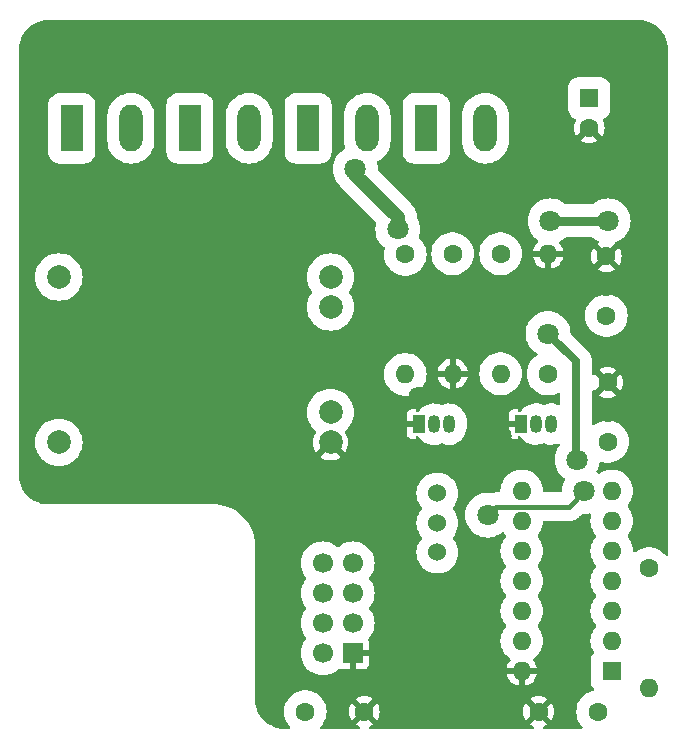
<source format=gbl>
%TF.GenerationSoftware,KiCad,Pcbnew,7.0.1*%
%TF.CreationDate,2023-05-21T03:30:21+02:00*%
%TF.ProjectId,Auto_plant_Backup,4175746f-5f70-46c6-916e-745f4261636b,rev?*%
%TF.SameCoordinates,Original*%
%TF.FileFunction,Copper,L2,Bot*%
%TF.FilePolarity,Positive*%
%FSLAX46Y46*%
G04 Gerber Fmt 4.6, Leading zero omitted, Abs format (unit mm)*
G04 Created by KiCad (PCBNEW 7.0.1) date 2023-05-21 03:30:21*
%MOMM*%
%LPD*%
G01*
G04 APERTURE LIST*
%TA.AperFunction,ComponentPad*%
%ADD10R,1.600000X1.600000*%
%TD*%
%TA.AperFunction,ComponentPad*%
%ADD11C,1.600000*%
%TD*%
%TA.AperFunction,ComponentPad*%
%ADD12O,1.980000X3.960000*%
%TD*%
%TA.AperFunction,ComponentPad*%
%ADD13R,1.980000X3.960000*%
%TD*%
%TA.AperFunction,ComponentPad*%
%ADD14O,1.600000X1.600000*%
%TD*%
%TA.AperFunction,ComponentPad*%
%ADD15C,1.524000*%
%TD*%
%TA.AperFunction,ComponentPad*%
%ADD16R,1.700000X1.700000*%
%TD*%
%TA.AperFunction,ComponentPad*%
%ADD17C,1.700000*%
%TD*%
%TA.AperFunction,ComponentPad*%
%ADD18R,1.050000X1.500000*%
%TD*%
%TA.AperFunction,ComponentPad*%
%ADD19O,1.050000X1.500000*%
%TD*%
%TA.AperFunction,ComponentPad*%
%ADD20C,2.000000*%
%TD*%
%TA.AperFunction,ViaPad*%
%ADD21C,3.000000*%
%TD*%
%TA.AperFunction,ViaPad*%
%ADD22C,1.800000*%
%TD*%
%TA.AperFunction,Conductor*%
%ADD23C,1.200000*%
%TD*%
%TA.AperFunction,Conductor*%
%ADD24C,0.800000*%
%TD*%
%TA.AperFunction,Conductor*%
%ADD25C,0.700000*%
%TD*%
%TA.AperFunction,Conductor*%
%ADD26C,0.400000*%
%TD*%
G04 APERTURE END LIST*
D10*
%TO.P,22uf,1*%
%TO.N,P_OUT*%
X164800000Y-71117621D03*
D11*
%TO.P,22uf,2*%
%TO.N,GND*%
X164800000Y-73617621D03*
%TD*%
D12*
%TO.P,+,2,Pin_2*%
%TO.N,Net-(J4-Pin_2)*%
X156000000Y-73660000D03*
D13*
%TO.P,+,1,Pin_1*%
%TO.N,P_OUT*%
X151000000Y-73660000D03*
%TD*%
%TO.P,+,1,Pin_1*%
%TO.N,Net-(J3-Pin_2)*%
X141000000Y-73660000D03*
D12*
%TO.P,+,2,Pin_2*%
%TO.N,BAT_V*%
X146000000Y-73660000D03*
%TD*%
%TO.P,+,2,Pin_2*%
%TO.N,Net-(J2-Pin_1)*%
X136000000Y-73660000D03*
D13*
%TO.P,+,1,Pin_1*%
%TO.N,Net-(J3-Pin_1)*%
X131000000Y-73660000D03*
%TD*%
D12*
%TO.P,-,2,Pin_2*%
%TO.N,Net-(J1-Pin_1)*%
X126000000Y-73660000D03*
D13*
%TO.P,-,1,Pin_1*%
%TO.N,Net-(J1-Pin_2)*%
X121000000Y-73660000D03*
%TD*%
D11*
%TO.P,2.7,1*%
%TO.N,BAT_V*%
X149225000Y-84328000D03*
D14*
%TO.P,2.7,2*%
%TO.N,PA1*%
X149225000Y-94488000D03*
%TD*%
D11*
%TO.P,C4,1*%
%TO.N,+3.3V*%
X165517200Y-123037600D03*
%TO.P,C4,2*%
%TO.N,GND*%
X160517200Y-123037600D03*
%TD*%
D15*
%TO.P,SW2,1,A*%
%TO.N,+3.3V*%
X151942800Y-109571800D03*
%TO.P,SW2,2,B*%
%TO.N,P_OUT*%
X151942800Y-107071800D03*
%TO.P,SW2,3,C*%
%TO.N,BAT_V*%
X151942800Y-104571800D03*
%TD*%
D16*
%TO.P,NRF24L01,1,GND*%
%TO.N,GND*%
X144780000Y-118110000D03*
D17*
%TO.P,NRF24L01,2,VCC*%
%TO.N,+3.3V*%
X142240000Y-118110000D03*
%TO.P,NRF24L01,3,CE*%
%TO.N,/CE*%
X144780000Y-115570000D03*
%TO.P,NRF24L01,4,~{CSN}*%
%TO.N,CSN*%
X142240000Y-115570000D03*
%TO.P,NRF24L01,5,SCK*%
%TO.N,/SCK*%
X144780000Y-113030000D03*
%TO.P,NRF24L01,6,MOSI*%
%TO.N,/MOSI*%
X142240000Y-113030000D03*
%TO.P,NRF24L01,7,MISO*%
%TO.N,/MISO*%
X144780000Y-110490000D03*
%TO.P,NRF24L01,IRQ,IRQ*%
%TO.N,unconnected-(U3-IRQ-Pad8)*%
X142240000Y-110490000D03*
%TD*%
D11*
%TO.P,10,1*%
%TO.N,PA1*%
X153238200Y-84277200D03*
D14*
%TO.P,10,2*%
%TO.N,GND*%
X153238200Y-94437200D03*
%TD*%
D11*
%TO.P,C2,1*%
%TO.N,+3.3V*%
X166351600Y-100177600D03*
%TO.P,C2,2*%
%TO.N,GND*%
X166351600Y-95177600D03*
%TD*%
%TO.P,10,1*%
%TO.N,Net-(Q1-B)*%
X161315400Y-94437200D03*
D14*
%TO.P,10,2*%
%TO.N,GND*%
X161315400Y-84277200D03*
%TD*%
D11*
%TO.P,100nf,1*%
%TO.N,+3.3V*%
X140756000Y-123037600D03*
%TO.P,100nf,2*%
%TO.N,GND*%
X145756000Y-123037600D03*
%TD*%
D18*
%TO.P,3.3V,1,GND*%
%TO.N,GND*%
X159004000Y-98701800D03*
D19*
%TO.P,3.3V,2,VI*%
%TO.N,BAT_V*%
X160274000Y-98701800D03*
%TO.P,3.3V,3,VO*%
%TO.N,+3.3V*%
X161544000Y-98701800D03*
%TD*%
D11*
%TO.P,4.7,1*%
%TO.N,Net-(U2-PA2)*%
X157302200Y-84277200D03*
D14*
%TO.P,4.7,2*%
%TO.N,Net-(Q1-B)*%
X157302200Y-94437200D03*
%TD*%
D20*
%TO.P,TP4056,1,VCC_IN*%
%TO.N,Net-(J1-Pin_2)*%
X119897300Y-86250000D03*
%TO.P,TP4056,2,GND*%
%TO.N,Net-(J1-Pin_1)*%
X119897300Y-100250000D03*
%TO.P,TP4056,3,GND*%
%TO.N,Net-(J3-Pin_2)*%
X142897300Y-86250000D03*
%TO.P,TP4056,4,BAT(-)*%
%TO.N,GND*%
X142897300Y-100250000D03*
%TO.P,TP4056,5,BAT(+)*%
%TO.N,Net-(J3-Pin_1)*%
X142897300Y-88790000D03*
%TO.P,TP4056,6,VCC_OUT*%
%TO.N,Net-(J2-Pin_1)*%
X142897300Y-97710000D03*
%TD*%
D11*
%TO.P,10,1*%
%TO.N,RESET*%
X169850000Y-110920000D03*
D14*
%TO.P,10,2*%
%TO.N,+3.3V*%
X169850000Y-121080000D03*
%TD*%
%TO.P,ATtiny84,RESET*%
%TO.N,RESET*%
X166715600Y-111968200D03*
%TO.P,ATtiny84,14*%
%TO.N,GND*%
X159095600Y-119588200D03*
%TO.P,ATtiny84,13*%
%TO.N,N/C*%
X159095600Y-117048200D03*
%TO.P,ATtiny84,12*%
X159095600Y-114508200D03*
%TO.P,ATtiny84,11*%
%TO.N,/CE*%
X159095600Y-111968200D03*
%TO.P,ATtiny84,10*%
%TO.N,CSN*%
X159095600Y-109428200D03*
%TO.P,ATtiny84,9*%
%TO.N,/SCK*%
X159095600Y-106888200D03*
%TO.P,ATtiny84,8*%
%TO.N,/MISO*%
X159095600Y-104348200D03*
%TO.P,ATtiny84,7*%
%TO.N,/MOSI*%
X166715600Y-104348200D03*
%TO.P,ATtiny84,6*%
%TO.N,PA1*%
X166715600Y-106888200D03*
%TO.P,ATtiny84,5*%
%TO.N,Net-(U2-PA2)*%
X166715600Y-109428200D03*
%TO.P,ATtiny84,3*%
%TO.N,N/C*%
X166715600Y-114508200D03*
%TO.P,ATtiny84,2*%
X166715600Y-117048200D03*
D10*
%TO.P,ATtiny84,1*%
%TO.N,+3.3V*%
X166715600Y-119588200D03*
%TD*%
D11*
%TO.P,C1,1*%
%TO.N,BAT_V*%
X166250000Y-89509600D03*
%TO.P,C1,2*%
%TO.N,GND*%
X166250000Y-84509600D03*
%TD*%
D18*
%TO.P,PN2222A,1,E*%
%TO.N,GND*%
X150368000Y-98706200D03*
D19*
%TO.P,PN2222A,2,B*%
%TO.N,Net-(Q1-B)*%
X151638000Y-98706200D03*
%TO.P,PN2222A,3,C*%
%TO.N,Net-(J4-Pin_2)*%
X152908000Y-98706200D03*
%TD*%
D21*
%TO.N,GND*%
X161400000Y-77600000D03*
D22*
%TO.N,BAT_V*%
X148600000Y-82200000D03*
X145000000Y-77100000D03*
%TO.N,PA1*%
X161315400Y-91033600D03*
X163779200Y-101701600D03*
D21*
%TO.N,GND*%
X142570200Y-103886000D03*
D22*
X158100000Y-123050000D03*
D21*
X148250000Y-120100000D03*
D22*
X161315400Y-87477600D03*
X157326900Y-99690662D03*
X166250000Y-87045800D03*
X148300000Y-123050000D03*
X150368000Y-96367600D03*
X166351600Y-97663000D03*
D21*
X138404600Y-99974400D03*
D22*
X153238200Y-91389200D03*
D21*
X139115800Y-103987600D03*
X152200000Y-120100000D03*
X156250000Y-120100000D03*
D22*
%TO.N,Net-(U2-PA2)*%
X166400000Y-81500000D03*
X161500000Y-81500000D03*
%TO.N,/MOSI*%
X164400000Y-104400000D03*
X156200000Y-106400000D03*
%TD*%
D23*
%TO.N,BAT_V*%
X145000000Y-77600000D02*
X145000000Y-77100000D01*
X148600000Y-82200000D02*
X148600000Y-81200000D01*
X148600000Y-81200000D02*
X145000000Y-77600000D01*
D24*
%TO.N,Net-(U2-PA2)*%
X161500000Y-81500000D02*
X166400000Y-81500000D01*
D25*
%TO.N,PA1*%
X161315400Y-91033600D02*
X162107500Y-91825700D01*
X161315400Y-91033600D02*
X163677600Y-93395800D01*
X163677600Y-93395800D02*
X163677600Y-101600000D01*
X163677600Y-101600000D02*
X163779200Y-101701600D01*
D26*
%TO.N,/MOSI*%
X163111800Y-105688200D02*
X156911800Y-105688200D01*
X156911800Y-105688200D02*
X156200000Y-106400000D01*
X164400000Y-104400000D02*
X163111800Y-105688200D01*
%TD*%
%TA.AperFunction,Conductor*%
%TO.N,GND*%
G36*
X169003736Y-64500726D02*
G01*
X169293796Y-64518271D01*
X169308659Y-64520076D01*
X169590798Y-64571780D01*
X169605335Y-64575363D01*
X169879172Y-64660695D01*
X169893163Y-64666000D01*
X170154743Y-64783727D01*
X170167989Y-64790680D01*
X170413465Y-64939075D01*
X170425776Y-64947573D01*
X170651573Y-65124473D01*
X170662781Y-65134403D01*
X170865596Y-65337218D01*
X170875526Y-65348426D01*
X170995481Y-65501538D01*
X171052422Y-65574217D01*
X171060928Y-65586540D01*
X171209316Y-65832004D01*
X171216275Y-65845263D01*
X171333997Y-66106831D01*
X171339306Y-66120832D01*
X171424635Y-66394663D01*
X171428219Y-66409201D01*
X171479923Y-66691340D01*
X171481728Y-66706205D01*
X171499274Y-66996264D01*
X171499500Y-67003751D01*
X171499500Y-109746258D01*
X171484694Y-109805018D01*
X171443811Y-109849745D01*
X171386615Y-109869759D01*
X171326765Y-109860279D01*
X171278554Y-109823572D01*
X171173561Y-109691915D01*
X171004625Y-109535165D01*
X170975743Y-109508366D01*
X170918205Y-109469137D01*
X170752775Y-109356349D01*
X170509641Y-109239262D01*
X170430098Y-109214726D01*
X170251771Y-109159719D01*
X169984929Y-109119500D01*
X169715071Y-109119500D01*
X169448228Y-109159719D01*
X169190359Y-109239262D01*
X168947228Y-109356347D01*
X168852993Y-109420595D01*
X168724259Y-109508365D01*
X168724255Y-109508368D01*
X168716582Y-109513600D01*
X168714936Y-109511186D01*
X168667422Y-109535165D01*
X168599071Y-109528749D01*
X168544609Y-109486954D01*
X168520729Y-109422590D01*
X168501030Y-109159720D01*
X168500983Y-109159097D01*
X168440934Y-108896005D01*
X168342343Y-108644802D01*
X168207415Y-108411098D01*
X168067387Y-108235509D01*
X168043445Y-108185793D01*
X168043445Y-108130607D01*
X168067387Y-108080890D01*
X168207415Y-107905302D01*
X168342343Y-107671598D01*
X168440934Y-107420395D01*
X168500983Y-107157303D01*
X168521149Y-106888200D01*
X168500983Y-106619097D01*
X168440934Y-106356005D01*
X168342343Y-106104802D01*
X168207415Y-105871098D01*
X168071090Y-105700152D01*
X168067390Y-105695512D01*
X168043446Y-105645791D01*
X168043446Y-105590606D01*
X168067388Y-105540888D01*
X168207415Y-105365302D01*
X168342343Y-105131598D01*
X168440934Y-104880395D01*
X168500983Y-104617303D01*
X168521149Y-104348200D01*
X168500983Y-104079097D01*
X168440934Y-103816005D01*
X168342343Y-103564802D01*
X168207415Y-103331098D01*
X168039161Y-103120115D01*
X167954054Y-103041147D01*
X167841343Y-102936566D01*
X167754232Y-102877175D01*
X167618375Y-102784549D01*
X167375241Y-102667462D01*
X167295698Y-102642926D01*
X167117371Y-102587919D01*
X166850529Y-102547700D01*
X166580671Y-102547700D01*
X166313828Y-102587919D01*
X166055959Y-102667462D01*
X165812824Y-102784549D01*
X165676967Y-102877175D01*
X165629892Y-102896611D01*
X165578975Y-102895486D01*
X165532806Y-102873988D01*
X165456687Y-102817006D01*
X165419461Y-102771920D01*
X165407033Y-102714788D01*
X165422165Y-102658315D01*
X165512372Y-102493113D01*
X165607375Y-102238401D01*
X165661472Y-101989714D01*
X165693284Y-101930097D01*
X165751632Y-101896012D01*
X165819184Y-101897581D01*
X165949828Y-101937880D01*
X166216671Y-101978100D01*
X166486529Y-101978100D01*
X166753372Y-101937880D01*
X167011241Y-101858338D01*
X167254375Y-101741251D01*
X167477341Y-101589235D01*
X167675161Y-101405685D01*
X167843415Y-101194702D01*
X167978343Y-100960998D01*
X168076934Y-100709795D01*
X168136983Y-100446703D01*
X168157149Y-100177600D01*
X168136983Y-99908497D01*
X168076934Y-99645405D01*
X167978343Y-99394202D01*
X167843415Y-99160498D01*
X167675161Y-98949515D01*
X167615546Y-98894200D01*
X167477343Y-98765966D01*
X167419805Y-98726737D01*
X167254375Y-98613949D01*
X167011241Y-98496862D01*
X166919012Y-98468413D01*
X166753371Y-98417319D01*
X166486529Y-98377100D01*
X166216671Y-98377100D01*
X165949828Y-98417319D01*
X165691959Y-98496862D01*
X165448828Y-98613947D01*
X165372618Y-98665906D01*
X165225859Y-98765965D01*
X165225854Y-98765969D01*
X165221952Y-98768630D01*
X165159053Y-98789981D01*
X165094159Y-98775806D01*
X165045891Y-98730173D01*
X165028100Y-98666176D01*
X165028100Y-96256626D01*
X165626126Y-96256626D01*
X165699115Y-96307733D01*
X165905273Y-96403866D01*
X166124997Y-96462741D01*
X166351600Y-96482566D01*
X166578202Y-96462741D01*
X166797926Y-96403866D01*
X167004080Y-96307734D01*
X167077072Y-96256625D01*
X166351601Y-95531153D01*
X166351600Y-95531153D01*
X165626126Y-96256625D01*
X165626126Y-96256626D01*
X165028100Y-96256626D01*
X165028100Y-95947206D01*
X165043647Y-95887090D01*
X165086390Y-95842048D01*
X165145610Y-95823376D01*
X165206458Y-95835756D01*
X165253675Y-95876083D01*
X165272572Y-95903071D01*
X165272574Y-95903072D01*
X165998046Y-95177601D01*
X165998046Y-95177600D01*
X165998045Y-95177599D01*
X166705153Y-95177599D01*
X167430625Y-95903072D01*
X167481734Y-95830080D01*
X167577866Y-95623926D01*
X167636741Y-95404202D01*
X167656566Y-95177599D01*
X167636741Y-94950997D01*
X167577866Y-94731273D01*
X167481733Y-94525115D01*
X167430625Y-94452126D01*
X166705153Y-95177599D01*
X165998045Y-95177599D01*
X165272573Y-94452126D01*
X165272573Y-94452127D01*
X165253675Y-94479117D01*
X165206459Y-94519444D01*
X165145611Y-94531824D01*
X165086390Y-94513152D01*
X165043647Y-94468111D01*
X165028100Y-94407994D01*
X165028100Y-94098573D01*
X165626126Y-94098573D01*
X166351600Y-94824046D01*
X166351601Y-94824046D01*
X167077072Y-94098574D01*
X167077071Y-94098572D01*
X167004084Y-94047466D01*
X166797926Y-93951333D01*
X166578202Y-93892458D01*
X166351600Y-93872633D01*
X166124997Y-93892458D01*
X165905272Y-93951333D01*
X165699116Y-94047465D01*
X165626127Y-94098573D01*
X165626126Y-94098573D01*
X165028100Y-94098573D01*
X165028100Y-93277649D01*
X165024973Y-93259915D01*
X165018758Y-93224673D01*
X165017348Y-93213955D01*
X165012663Y-93160395D01*
X165012663Y-93160392D01*
X164998740Y-93108432D01*
X164996401Y-93097877D01*
X164987065Y-93044930D01*
X164968672Y-92994396D01*
X164965419Y-92984076D01*
X164951503Y-92932137D01*
X164928774Y-92883396D01*
X164924639Y-92873414D01*
X164906244Y-92822872D01*
X164887259Y-92789990D01*
X164879347Y-92776288D01*
X164874359Y-92766705D01*
X164851635Y-92717971D01*
X164851634Y-92717970D01*
X164820781Y-92673905D01*
X164814980Y-92664800D01*
X164788090Y-92618226D01*
X164753527Y-92577035D01*
X164746945Y-92568458D01*
X164716093Y-92524396D01*
X164549001Y-92357305D01*
X163253108Y-91061412D01*
X163227995Y-91025242D01*
X163217105Y-90982580D01*
X163201361Y-90762440D01*
X163150080Y-90526702D01*
X163143576Y-90496803D01*
X163143575Y-90496799D01*
X163048572Y-90242087D01*
X162939205Y-90041795D01*
X162918290Y-90003491D01*
X162821588Y-89874313D01*
X162755371Y-89785858D01*
X162563142Y-89593629D01*
X162450892Y-89509599D01*
X164444450Y-89509599D01*
X164464616Y-89778700D01*
X164464617Y-89778703D01*
X164524666Y-90041795D01*
X164623257Y-90292998D01*
X164758185Y-90526702D01*
X164926439Y-90737685D01*
X165124259Y-90921235D01*
X165347226Y-91073251D01*
X165590359Y-91190338D01*
X165848228Y-91269880D01*
X166115071Y-91310100D01*
X166384929Y-91310100D01*
X166651772Y-91269880D01*
X166909641Y-91190338D01*
X167152775Y-91073251D01*
X167375741Y-90921235D01*
X167573561Y-90737685D01*
X167741815Y-90526702D01*
X167876743Y-90292998D01*
X167975334Y-90041795D01*
X168035383Y-89778703D01*
X168055549Y-89509600D01*
X168035383Y-89240497D01*
X167975334Y-88977405D01*
X167876743Y-88726202D01*
X167741815Y-88492498D01*
X167573561Y-88281515D01*
X167512603Y-88224954D01*
X167375743Y-88097966D01*
X167318205Y-88058737D01*
X167152775Y-87945949D01*
X166909641Y-87828862D01*
X166830097Y-87804326D01*
X166651771Y-87749319D01*
X166384929Y-87709100D01*
X166115071Y-87709100D01*
X165848228Y-87749319D01*
X165590359Y-87828862D01*
X165347228Y-87945947D01*
X165124257Y-88097966D01*
X164926439Y-88281515D01*
X164758184Y-88492499D01*
X164623257Y-88726201D01*
X164524666Y-88977404D01*
X164464616Y-89240499D01*
X164444450Y-89509599D01*
X162450892Y-89509599D01*
X162345513Y-89430713D01*
X162345514Y-89430713D01*
X162345508Y-89430709D01*
X162106919Y-89300431D01*
X162106917Y-89300430D01*
X162106913Y-89300428D01*
X161852201Y-89205425D01*
X161852196Y-89205423D01*
X161586561Y-89147639D01*
X161315400Y-89128244D01*
X161044238Y-89147639D01*
X160778603Y-89205423D01*
X160684562Y-89240499D01*
X160523887Y-89300428D01*
X160523884Y-89300429D01*
X160523880Y-89300431D01*
X160285291Y-89430709D01*
X160067655Y-89593631D01*
X159875431Y-89785855D01*
X159712509Y-90003491D01*
X159582231Y-90242080D01*
X159487223Y-90496803D01*
X159429439Y-90762438D01*
X159410044Y-91033600D01*
X159429439Y-91304761D01*
X159487223Y-91570396D01*
X159487225Y-91570401D01*
X159582228Y-91825113D01*
X159582230Y-91825117D01*
X159582231Y-91825119D01*
X159712509Y-92063708D01*
X159712513Y-92063713D01*
X159875429Y-92281342D01*
X160067658Y-92473571D01*
X160260889Y-92618223D01*
X160285291Y-92636490D01*
X160371199Y-92683399D01*
X160416823Y-92726348D01*
X160435622Y-92786120D01*
X160422798Y-92847452D01*
X160381625Y-92894684D01*
X160189661Y-93025562D01*
X159991839Y-93209115D01*
X159823584Y-93420099D01*
X159688657Y-93653801D01*
X159590066Y-93905004D01*
X159530016Y-94168099D01*
X159509850Y-94437200D01*
X159530016Y-94706300D01*
X159530017Y-94706303D01*
X159590066Y-94969395D01*
X159688657Y-95220598D01*
X159823585Y-95454302D01*
X159991839Y-95665285D01*
X160189659Y-95848835D01*
X160412626Y-96000851D01*
X160655759Y-96117938D01*
X160913628Y-96197480D01*
X161180471Y-96237700D01*
X161450329Y-96237700D01*
X161717172Y-96197480D01*
X161975041Y-96117938D01*
X162149299Y-96034019D01*
X162210053Y-96021935D01*
X162269072Y-96040746D01*
X162311628Y-96085759D01*
X162327100Y-96145740D01*
X162327100Y-96962624D01*
X162312896Y-97020250D01*
X162273540Y-97064674D01*
X162218046Y-97085720D01*
X162159131Y-97078566D01*
X162071374Y-97045284D01*
X161969801Y-97006762D01*
X161728474Y-96957495D01*
X161482377Y-96947577D01*
X161237865Y-96977267D01*
X161001288Y-97045792D01*
X160960807Y-97065000D01*
X160912644Y-97076870D01*
X160863682Y-97068913D01*
X160699803Y-97006763D01*
X160458474Y-96957495D01*
X160212377Y-96947577D01*
X159967865Y-96977267D01*
X159731292Y-97045791D01*
X159731289Y-97045792D01*
X159731290Y-97045792D01*
X159522312Y-97144954D01*
X159508767Y-97151381D01*
X159306066Y-97291295D01*
X159128432Y-97461914D01*
X159090159Y-97512847D01*
X158988482Y-97648156D01*
X158977131Y-97663261D01*
X158929346Y-97701639D01*
X158869018Y-97712443D01*
X158810884Y-97693035D01*
X158769146Y-97648156D01*
X158754000Y-97588769D01*
X158754000Y-97451800D01*
X158431176Y-97451800D01*
X158371624Y-97458202D01*
X158236910Y-97508447D01*
X158121811Y-97594611D01*
X158035647Y-97709710D01*
X157985402Y-97844424D01*
X157979000Y-97903976D01*
X157979000Y-98451800D01*
X158624500Y-98451800D01*
X158686500Y-98468413D01*
X158731887Y-98513800D01*
X158748500Y-98575800D01*
X158748500Y-98827800D01*
X158731887Y-98889800D01*
X158686500Y-98935187D01*
X158624500Y-98951800D01*
X157979000Y-98951800D01*
X157979000Y-99499624D01*
X157985402Y-99559175D01*
X158035647Y-99693889D01*
X158121811Y-99808988D01*
X158236910Y-99895152D01*
X158371624Y-99945397D01*
X158431176Y-99951800D01*
X158754000Y-99951800D01*
X158754000Y-99805463D01*
X158770117Y-99744330D01*
X158814278Y-99699089D01*
X158875003Y-99681499D01*
X158936508Y-99696134D01*
X158982803Y-99739189D01*
X159012314Y-99785857D01*
X159050482Y-99846214D01*
X159105660Y-99908497D01*
X159213809Y-100030573D01*
X159361710Y-100151330D01*
X159404598Y-100186346D01*
X159617902Y-100309497D01*
X159848198Y-100396837D01*
X160089523Y-100446104D01*
X160171557Y-100449410D01*
X160335622Y-100456022D01*
X160335622Y-100456021D01*
X160335626Y-100456022D01*
X160580132Y-100426333D01*
X160816710Y-100357808D01*
X160857191Y-100338598D01*
X160905353Y-100326728D01*
X160954316Y-100334684D01*
X161118198Y-100396837D01*
X161359523Y-100446104D01*
X161441557Y-100449410D01*
X161605622Y-100456022D01*
X161605622Y-100456021D01*
X161605626Y-100456022D01*
X161850132Y-100426333D01*
X162086710Y-100357808D01*
X162137120Y-100333887D01*
X162201205Y-100322397D01*
X162262278Y-100344960D01*
X162303502Y-100395355D01*
X162313511Y-100459689D01*
X162289545Y-100520225D01*
X162176311Y-100671487D01*
X162046031Y-100910080D01*
X162046029Y-100910084D01*
X162046028Y-100910087D01*
X162004824Y-101020556D01*
X161951023Y-101164803D01*
X161893239Y-101430438D01*
X161873844Y-101701600D01*
X161893239Y-101972761D01*
X161951023Y-102238396D01*
X161951025Y-102238401D01*
X162046028Y-102493113D01*
X162046030Y-102493117D01*
X162046031Y-102493119D01*
X162176309Y-102731708D01*
X162176313Y-102731713D01*
X162339229Y-102949342D01*
X162531458Y-103141571D01*
X162722512Y-103284593D01*
X162759738Y-103329679D01*
X162772166Y-103386811D01*
X162757033Y-103443286D01*
X162666828Y-103608487D01*
X162614348Y-103749190D01*
X162571823Y-103863203D01*
X162514039Y-104128838D01*
X162496608Y-104372547D01*
X162477239Y-104430740D01*
X162432351Y-104472532D01*
X162372924Y-104487700D01*
X161024335Y-104487700D01*
X160959676Y-104469507D01*
X160913990Y-104420268D01*
X160900682Y-104354430D01*
X160901149Y-104348196D01*
X160880983Y-104079099D01*
X160880983Y-104079097D01*
X160820934Y-103816005D01*
X160722343Y-103564802D01*
X160587415Y-103331098D01*
X160419161Y-103120115D01*
X160334054Y-103041147D01*
X160221343Y-102936566D01*
X160134232Y-102877175D01*
X159998375Y-102784549D01*
X159755241Y-102667462D01*
X159675698Y-102642926D01*
X159497371Y-102587919D01*
X159230529Y-102547700D01*
X158960671Y-102547700D01*
X158693828Y-102587919D01*
X158435959Y-102667462D01*
X158192828Y-102784547D01*
X157969857Y-102936566D01*
X157772039Y-103120115D01*
X157603784Y-103331099D01*
X157468857Y-103564801D01*
X157370266Y-103816004D01*
X157310216Y-104079099D01*
X157290050Y-104348196D01*
X157290518Y-104354430D01*
X157277210Y-104420268D01*
X157231524Y-104469507D01*
X157166865Y-104487700D01*
X156942395Y-104487700D01*
X156936669Y-104487568D01*
X156932823Y-104487390D01*
X156856118Y-104483844D01*
X156856116Y-104483844D01*
X156776266Y-104494982D01*
X156770578Y-104495642D01*
X156690262Y-104503084D01*
X156671681Y-104508371D01*
X156654891Y-104511913D01*
X156635769Y-104514581D01*
X156604343Y-104525113D01*
X156538586Y-104528705D01*
X156471160Y-104514039D01*
X156437224Y-104511611D01*
X156200000Y-104494644D01*
X155928838Y-104514039D01*
X155663203Y-104571823D01*
X155541276Y-104617300D01*
X155408487Y-104666828D01*
X155408484Y-104666829D01*
X155408480Y-104666831D01*
X155169891Y-104797109D01*
X154952255Y-104960031D01*
X154760031Y-105152255D01*
X154597109Y-105369891D01*
X154466831Y-105608480D01*
X154466829Y-105608484D01*
X154466828Y-105608487D01*
X154447572Y-105660115D01*
X154371823Y-105863203D01*
X154314039Y-106128838D01*
X154294644Y-106400000D01*
X154314039Y-106671161D01*
X154371823Y-106936796D01*
X154371825Y-106936801D01*
X154466828Y-107191513D01*
X154466830Y-107191517D01*
X154466831Y-107191519D01*
X154597109Y-107430108D01*
X154597113Y-107430113D01*
X154760029Y-107647742D01*
X154952258Y-107839971D01*
X155168281Y-108001685D01*
X155169891Y-108002890D01*
X155365802Y-108109864D01*
X155408487Y-108133172D01*
X155663199Y-108228175D01*
X155663202Y-108228175D01*
X155663203Y-108228176D01*
X155712852Y-108238976D01*
X155928840Y-108285961D01*
X156200000Y-108305355D01*
X156471160Y-108285961D01*
X156736801Y-108228175D01*
X156991513Y-108133172D01*
X157230113Y-108002887D01*
X157418518Y-107861847D01*
X157482998Y-107837506D01*
X157550518Y-107851355D01*
X157600213Y-107899116D01*
X157603783Y-107905301D01*
X157743810Y-108080887D01*
X157767754Y-108130607D01*
X157767754Y-108185793D01*
X157743810Y-108235513D01*
X157603784Y-108411099D01*
X157468857Y-108644801D01*
X157370266Y-108896004D01*
X157310216Y-109159099D01*
X157290050Y-109428199D01*
X157310216Y-109697300D01*
X157345011Y-109849745D01*
X157370266Y-109960395D01*
X157468857Y-110211598D01*
X157603785Y-110445302D01*
X157743810Y-110620887D01*
X157767754Y-110670606D01*
X157767754Y-110725791D01*
X157743810Y-110775512D01*
X157603784Y-110951099D01*
X157468857Y-111184801D01*
X157370266Y-111436004D01*
X157310216Y-111699099D01*
X157290050Y-111968200D01*
X157310216Y-112237300D01*
X157336755Y-112353575D01*
X157370266Y-112500395D01*
X157468857Y-112751598D01*
X157603785Y-112985302D01*
X157639431Y-113030000D01*
X157743810Y-113160887D01*
X157767754Y-113210607D01*
X157767754Y-113265793D01*
X157743810Y-113315513D01*
X157603784Y-113491099D01*
X157468857Y-113724801D01*
X157370266Y-113976004D01*
X157310216Y-114239099D01*
X157290050Y-114508199D01*
X157310216Y-114777300D01*
X157310217Y-114777303D01*
X157370266Y-115040395D01*
X157468857Y-115291598D01*
X157603785Y-115525302D01*
X157639430Y-115569999D01*
X157743810Y-115700887D01*
X157767754Y-115750607D01*
X157767754Y-115805793D01*
X157743810Y-115855513D01*
X157603784Y-116031099D01*
X157468857Y-116264801D01*
X157370266Y-116516004D01*
X157310216Y-116779099D01*
X157290050Y-117048200D01*
X157310216Y-117317300D01*
X157310217Y-117317303D01*
X157370266Y-117580395D01*
X157468857Y-117831598D01*
X157603785Y-118065302D01*
X157772039Y-118276285D01*
X157969859Y-118459835D01*
X158093338Y-118544021D01*
X158130287Y-118583472D01*
X158146943Y-118634896D01*
X158140139Y-118688519D01*
X158111168Y-118734153D01*
X158095941Y-118749379D01*
X157965465Y-118935719D01*
X157869333Y-119141873D01*
X157816728Y-119338199D01*
X157816728Y-119338200D01*
X160374472Y-119338200D01*
X160374471Y-119338199D01*
X160321866Y-119141873D01*
X160225734Y-118935719D01*
X160095258Y-118749380D01*
X160080033Y-118734155D01*
X160051060Y-118688521D01*
X160044256Y-118634896D01*
X160060912Y-118583472D01*
X160097860Y-118544022D01*
X160221341Y-118459835D01*
X160419161Y-118276285D01*
X160587415Y-118065302D01*
X160722343Y-117831598D01*
X160820934Y-117580395D01*
X160880983Y-117317303D01*
X160901149Y-117048200D01*
X160880983Y-116779097D01*
X160820934Y-116516005D01*
X160722343Y-116264802D01*
X160587415Y-116031098D01*
X160447387Y-115855509D01*
X160423445Y-115805793D01*
X160423445Y-115750607D01*
X160447387Y-115700890D01*
X160587415Y-115525302D01*
X160722343Y-115291598D01*
X160820934Y-115040395D01*
X160880983Y-114777303D01*
X160901149Y-114508200D01*
X160880983Y-114239097D01*
X160820934Y-113976005D01*
X160722343Y-113724802D01*
X160587415Y-113491098D01*
X160447387Y-113315509D01*
X160423445Y-113265793D01*
X160423445Y-113210607D01*
X160447387Y-113160890D01*
X160587415Y-112985302D01*
X160722343Y-112751598D01*
X160820934Y-112500395D01*
X160880983Y-112237303D01*
X160901149Y-111968200D01*
X160880983Y-111699097D01*
X160820934Y-111436005D01*
X160722343Y-111184802D01*
X160587415Y-110951098D01*
X160447387Y-110775509D01*
X160423445Y-110725793D01*
X160423445Y-110670607D01*
X160447387Y-110620890D01*
X160587415Y-110445302D01*
X160722343Y-110211598D01*
X160820934Y-109960395D01*
X160880983Y-109697303D01*
X160901149Y-109428200D01*
X160895764Y-109356347D01*
X160881030Y-109159720D01*
X160880983Y-109159097D01*
X160820934Y-108896005D01*
X160722343Y-108644802D01*
X160587415Y-108411098D01*
X160447387Y-108235509D01*
X160423445Y-108185793D01*
X160423445Y-108130607D01*
X160447387Y-108080890D01*
X160587415Y-107905302D01*
X160722343Y-107671598D01*
X160820934Y-107420395D01*
X160880983Y-107157303D01*
X160892513Y-107003434D01*
X160912004Y-106945424D01*
X160956863Y-106903801D01*
X161016167Y-106888700D01*
X163081205Y-106888700D01*
X163086931Y-106888832D01*
X163167481Y-106892556D01*
X163247386Y-106881409D01*
X163252989Y-106880759D01*
X163333336Y-106873315D01*
X163351917Y-106868027D01*
X163368709Y-106864485D01*
X163387833Y-106861818D01*
X163464302Y-106836187D01*
X163469738Y-106834504D01*
X163547328Y-106812429D01*
X163564607Y-106803824D01*
X163580482Y-106797249D01*
X163581520Y-106796901D01*
X163598785Y-106791115D01*
X163669248Y-106751866D01*
X163674292Y-106749208D01*
X163746485Y-106713260D01*
X163746485Y-106713259D01*
X163746489Y-106713258D01*
X163761905Y-106701615D01*
X163776269Y-106692255D01*
X163793153Y-106682852D01*
X163855225Y-106631306D01*
X163859663Y-106627791D01*
X163924036Y-106579181D01*
X163978376Y-106519571D01*
X163982310Y-106515451D01*
X164166222Y-106331539D01*
X164210568Y-106303040D01*
X164262748Y-106295538D01*
X164400000Y-106305355D01*
X164671160Y-106285961D01*
X164833092Y-106250735D01*
X164894687Y-106253013D01*
X164947576Y-106284668D01*
X164978690Y-106337877D01*
X164980339Y-106399493D01*
X164979500Y-106403173D01*
X164930216Y-106619099D01*
X164910050Y-106888200D01*
X164930216Y-107157300D01*
X164970826Y-107335222D01*
X164990266Y-107420395D01*
X165088857Y-107671598D01*
X165223785Y-107905302D01*
X165353083Y-108067436D01*
X165363810Y-108080887D01*
X165387754Y-108130607D01*
X165387754Y-108185793D01*
X165363810Y-108235513D01*
X165223784Y-108411099D01*
X165088857Y-108644801D01*
X164990266Y-108896004D01*
X164930216Y-109159099D01*
X164910050Y-109428199D01*
X164930216Y-109697300D01*
X164965011Y-109849745D01*
X164990266Y-109960395D01*
X165088857Y-110211598D01*
X165223785Y-110445302D01*
X165363810Y-110620887D01*
X165387754Y-110670606D01*
X165387754Y-110725791D01*
X165363810Y-110775512D01*
X165223784Y-110951099D01*
X165088857Y-111184801D01*
X164990266Y-111436004D01*
X164930216Y-111699099D01*
X164910050Y-111968200D01*
X164930216Y-112237300D01*
X164956755Y-112353575D01*
X164990266Y-112500395D01*
X165088857Y-112751598D01*
X165223785Y-112985302D01*
X165259431Y-113030000D01*
X165363810Y-113160887D01*
X165387754Y-113210607D01*
X165387754Y-113265793D01*
X165363810Y-113315513D01*
X165223784Y-113491099D01*
X165088857Y-113724801D01*
X164990266Y-113976004D01*
X164930216Y-114239099D01*
X164910050Y-114508199D01*
X164930216Y-114777300D01*
X164930217Y-114777303D01*
X164990266Y-115040395D01*
X165088857Y-115291598D01*
X165223785Y-115525302D01*
X165259430Y-115569999D01*
X165363810Y-115700887D01*
X165387754Y-115750607D01*
X165387754Y-115805793D01*
X165363810Y-115855513D01*
X165223784Y-116031099D01*
X165088857Y-116264801D01*
X164990266Y-116516004D01*
X164930216Y-116779099D01*
X164910050Y-117048200D01*
X164930216Y-117317300D01*
X164990266Y-117580395D01*
X165088857Y-117831598D01*
X165177006Y-117984277D01*
X165192712Y-118031304D01*
X165188738Y-118080724D01*
X165165721Y-118124638D01*
X165075901Y-118234793D01*
X164981691Y-118415149D01*
X164968905Y-118459835D01*
X164925714Y-118610782D01*
X164918803Y-118688521D01*
X164915100Y-118730166D01*
X164915100Y-120446233D01*
X164925714Y-120565617D01*
X164981691Y-120761250D01*
X165036968Y-120867072D01*
X165075902Y-120941607D01*
X165186564Y-121077323D01*
X165212920Y-121136196D01*
X165206138Y-121200344D01*
X165168052Y-121252406D01*
X165123490Y-121271930D01*
X165124308Y-121274581D01*
X165115428Y-121277319D01*
X165115428Y-121277320D01*
X164985793Y-121317307D01*
X164857559Y-121356862D01*
X164614428Y-121473947D01*
X164391457Y-121625966D01*
X164193639Y-121809515D01*
X164025384Y-122020499D01*
X163890457Y-122254201D01*
X163791866Y-122505404D01*
X163731816Y-122768499D01*
X163711650Y-123037599D01*
X163731816Y-123306700D01*
X163731817Y-123306703D01*
X163791866Y-123569795D01*
X163890457Y-123820998D01*
X164025385Y-124054702D01*
X164193639Y-124265685D01*
X164193641Y-124265687D01*
X164193642Y-124265688D01*
X164214026Y-124284602D01*
X164246417Y-124333671D01*
X164252563Y-124392145D01*
X164231082Y-124446877D01*
X164186805Y-124485561D01*
X164129685Y-124499500D01*
X161017537Y-124499500D01*
X160953672Y-124481789D01*
X160908052Y-124433715D01*
X160893707Y-124369011D01*
X160914736Y-124306160D01*
X160965132Y-124263118D01*
X161169680Y-124167734D01*
X161242672Y-124116625D01*
X160517201Y-123391153D01*
X160517200Y-123391153D01*
X159791726Y-124116625D01*
X159791726Y-124116626D01*
X159864715Y-124167733D01*
X160069268Y-124263118D01*
X160119664Y-124306160D01*
X160140693Y-124369011D01*
X160126348Y-124433715D01*
X160080728Y-124481789D01*
X160016863Y-124499500D01*
X146256337Y-124499500D01*
X146192472Y-124481789D01*
X146146852Y-124433715D01*
X146132507Y-124369011D01*
X146153536Y-124306160D01*
X146203932Y-124263118D01*
X146408480Y-124167734D01*
X146481472Y-124116625D01*
X145756001Y-123391153D01*
X145756000Y-123391153D01*
X145030526Y-124116625D01*
X145030526Y-124116626D01*
X145103515Y-124167733D01*
X145308068Y-124263118D01*
X145358464Y-124306160D01*
X145379493Y-124369011D01*
X145365148Y-124433715D01*
X145319528Y-124481789D01*
X145255663Y-124499500D01*
X142143515Y-124499500D01*
X142086395Y-124485561D01*
X142042118Y-124446877D01*
X142020637Y-124392145D01*
X142026783Y-124333671D01*
X142059174Y-124284602D01*
X142068846Y-124275626D01*
X142079561Y-124265685D01*
X142247815Y-124054702D01*
X142382743Y-123820998D01*
X142481334Y-123569795D01*
X142541383Y-123306703D01*
X142561549Y-123037600D01*
X144451033Y-123037600D01*
X144470858Y-123264202D01*
X144529733Y-123483926D01*
X144625866Y-123690084D01*
X144676972Y-123763071D01*
X144676974Y-123763072D01*
X145402446Y-123037601D01*
X146109553Y-123037601D01*
X146835025Y-123763072D01*
X146886134Y-123690080D01*
X146982266Y-123483926D01*
X147041141Y-123264202D01*
X147060966Y-123037600D01*
X159212233Y-123037600D01*
X159232058Y-123264202D01*
X159290933Y-123483926D01*
X159387066Y-123690084D01*
X159438172Y-123763071D01*
X159438174Y-123763072D01*
X160163646Y-123037601D01*
X160870753Y-123037601D01*
X161596225Y-123763072D01*
X161647334Y-123690080D01*
X161743466Y-123483926D01*
X161802341Y-123264202D01*
X161822166Y-123037600D01*
X161802341Y-122810997D01*
X161743466Y-122591273D01*
X161647333Y-122385115D01*
X161596225Y-122312126D01*
X160870753Y-123037600D01*
X160870753Y-123037601D01*
X160163646Y-123037601D01*
X160163646Y-123037600D01*
X159438173Y-122312126D01*
X159438173Y-122312127D01*
X159387065Y-122385116D01*
X159290933Y-122591272D01*
X159232058Y-122810997D01*
X159212233Y-123037600D01*
X147060966Y-123037600D01*
X147041141Y-122810997D01*
X146982266Y-122591273D01*
X146886133Y-122385115D01*
X146835025Y-122312126D01*
X146109553Y-123037600D01*
X146109553Y-123037601D01*
X145402446Y-123037601D01*
X145402446Y-123037600D01*
X144676973Y-122312126D01*
X144676973Y-122312127D01*
X144625865Y-122385116D01*
X144529733Y-122591272D01*
X144470858Y-122810997D01*
X144451033Y-123037600D01*
X142561549Y-123037600D01*
X142541383Y-122768497D01*
X142481334Y-122505405D01*
X142382743Y-122254202D01*
X142247815Y-122020498D01*
X142198431Y-121958573D01*
X145030526Y-121958573D01*
X145756000Y-122684046D01*
X145756001Y-122684046D01*
X146481472Y-121958574D01*
X146481471Y-121958573D01*
X159791726Y-121958573D01*
X160517200Y-122684046D01*
X160517201Y-122684046D01*
X161242672Y-121958574D01*
X161242671Y-121958572D01*
X161169684Y-121907466D01*
X160963526Y-121811333D01*
X160743802Y-121752458D01*
X160517200Y-121732633D01*
X160290597Y-121752458D01*
X160070872Y-121811333D01*
X159864716Y-121907465D01*
X159791727Y-121958573D01*
X159791726Y-121958573D01*
X146481471Y-121958573D01*
X146481471Y-121958572D01*
X146408484Y-121907466D01*
X146202326Y-121811333D01*
X145982602Y-121752458D01*
X145756000Y-121732633D01*
X145529397Y-121752458D01*
X145309672Y-121811333D01*
X145103516Y-121907465D01*
X145030527Y-121958573D01*
X145030526Y-121958573D01*
X142198431Y-121958573D01*
X142079561Y-121809515D01*
X141996702Y-121732633D01*
X141881743Y-121625966D01*
X141824205Y-121586737D01*
X141658775Y-121473949D01*
X141415641Y-121356862D01*
X141336097Y-121332326D01*
X141157771Y-121277319D01*
X140890929Y-121237100D01*
X140621071Y-121237100D01*
X140354228Y-121277319D01*
X140096359Y-121356862D01*
X139853228Y-121473947D01*
X139630257Y-121625966D01*
X139432439Y-121809515D01*
X139264184Y-122020499D01*
X139129257Y-122254201D01*
X139030666Y-122505404D01*
X138970616Y-122768499D01*
X138950450Y-123037599D01*
X138970616Y-123306700D01*
X138970617Y-123306703D01*
X139030666Y-123569795D01*
X139129257Y-123820998D01*
X139264185Y-124054702D01*
X139432439Y-124265685D01*
X139432441Y-124265687D01*
X139432442Y-124265688D01*
X139452826Y-124284602D01*
X139485217Y-124333671D01*
X139491363Y-124392145D01*
X139469882Y-124446877D01*
X139425605Y-124485561D01*
X139368485Y-124499500D01*
X139003751Y-124499500D01*
X138996264Y-124499274D01*
X138706205Y-124481728D01*
X138691340Y-124479923D01*
X138409201Y-124428219D01*
X138394663Y-124424635D01*
X138120832Y-124339306D01*
X138106831Y-124333997D01*
X137845263Y-124216275D01*
X137832004Y-124209316D01*
X137586540Y-124060928D01*
X137574217Y-124052422D01*
X137348426Y-123875526D01*
X137337218Y-123865596D01*
X137134403Y-123662781D01*
X137124473Y-123651573D01*
X137060404Y-123569795D01*
X136947573Y-123425776D01*
X136939075Y-123413465D01*
X136790680Y-123167989D01*
X136783727Y-123154743D01*
X136666000Y-122893163D01*
X136660693Y-122879167D01*
X136648575Y-122840280D01*
X136575363Y-122605335D01*
X136571780Y-122590798D01*
X136520076Y-122308659D01*
X136518271Y-122293794D01*
X136500726Y-122003736D01*
X136500500Y-121996249D01*
X136500500Y-118109999D01*
X140384772Y-118109999D01*
X140403657Y-118374027D01*
X140459921Y-118632673D01*
X140459923Y-118632678D01*
X140552426Y-118880689D01*
X140552428Y-118880692D01*
X140679282Y-119113009D01*
X140745967Y-119202089D01*
X140837913Y-119324915D01*
X141025085Y-119512087D01*
X141184012Y-119631058D01*
X141236990Y-119670717D01*
X141289349Y-119699307D01*
X141469311Y-119797574D01*
X141717322Y-119890077D01*
X141717325Y-119890077D01*
X141717326Y-119890078D01*
X141765667Y-119900593D01*
X141975974Y-119946343D01*
X142240000Y-119965227D01*
X142504026Y-119946343D01*
X142762678Y-119890077D01*
X142901766Y-119838200D01*
X157816728Y-119838200D01*
X157869333Y-120034526D01*
X157965465Y-120240680D01*
X158095941Y-120427019D01*
X158256780Y-120587858D01*
X158443119Y-120718334D01*
X158649273Y-120814466D01*
X158845599Y-120867071D01*
X158845600Y-120867072D01*
X158845600Y-119838200D01*
X159345600Y-119838200D01*
X159345600Y-120867071D01*
X159541926Y-120814466D01*
X159748080Y-120718334D01*
X159934419Y-120587858D01*
X160095258Y-120427019D01*
X160225734Y-120240680D01*
X160321866Y-120034526D01*
X160374472Y-119838200D01*
X159345600Y-119838200D01*
X158845600Y-119838200D01*
X157816728Y-119838200D01*
X142901766Y-119838200D01*
X143010689Y-119797574D01*
X143243011Y-119670716D01*
X143454915Y-119512087D01*
X143541061Y-119425940D01*
X143579924Y-119399638D01*
X143625786Y-119389661D01*
X143672071Y-119397444D01*
X143822624Y-119453597D01*
X143882176Y-119460000D01*
X144530000Y-119460000D01*
X144530000Y-118360000D01*
X145030000Y-118360000D01*
X145030000Y-119460000D01*
X145677824Y-119460000D01*
X145737375Y-119453597D01*
X145872089Y-119403352D01*
X145987188Y-119317188D01*
X146073352Y-119202089D01*
X146123597Y-119067375D01*
X146130000Y-119007824D01*
X146130000Y-118360000D01*
X145030000Y-118360000D01*
X144530000Y-118360000D01*
X144530000Y-117984000D01*
X144546613Y-117922000D01*
X144592000Y-117876613D01*
X144654000Y-117860000D01*
X146130000Y-117860000D01*
X146130000Y-117212176D01*
X146123597Y-117152624D01*
X146067444Y-117002071D01*
X146059661Y-116955786D01*
X146069638Y-116909924D01*
X146095940Y-116871061D01*
X146182087Y-116784915D01*
X146340716Y-116573011D01*
X146467574Y-116340689D01*
X146560077Y-116092678D01*
X146616343Y-115834026D01*
X146635227Y-115570000D01*
X146616343Y-115305974D01*
X146560077Y-115047322D01*
X146467574Y-114799311D01*
X146340716Y-114566989D01*
X146196477Y-114374307D01*
X146174579Y-114326357D01*
X146174579Y-114273640D01*
X146196474Y-114225695D01*
X146340716Y-114033011D01*
X146467574Y-113800689D01*
X146560077Y-113552678D01*
X146616343Y-113294026D01*
X146635227Y-113030000D01*
X146616343Y-112765974D01*
X146560077Y-112507322D01*
X146467574Y-112259311D01*
X146340716Y-112026989D01*
X146196475Y-111834306D01*
X146174579Y-111786358D01*
X146174579Y-111733642D01*
X146196475Y-111685693D01*
X146340716Y-111493011D01*
X146467574Y-111260689D01*
X146560077Y-111012678D01*
X146616343Y-110754026D01*
X146635227Y-110490000D01*
X146616343Y-110225974D01*
X146560077Y-109967322D01*
X146467574Y-109719311D01*
X146387027Y-109571800D01*
X150175357Y-109571800D01*
X150195098Y-109835222D01*
X150202981Y-109869759D01*
X150253880Y-110092763D01*
X150350390Y-110338664D01*
X150482471Y-110567436D01*
X150564747Y-110670607D01*
X150647173Y-110773966D01*
X150840815Y-110953640D01*
X150840818Y-110953642D01*
X151059079Y-111102450D01*
X151059082Y-111102451D01*
X151059083Y-111102452D01*
X151297078Y-111217064D01*
X151297080Y-111217064D01*
X151297081Y-111217065D01*
X151549507Y-111294929D01*
X151810719Y-111334300D01*
X152074881Y-111334300D01*
X152336093Y-111294929D01*
X152588519Y-111217065D01*
X152826521Y-111102450D01*
X153044782Y-110953642D01*
X153238427Y-110773966D01*
X153403129Y-110567436D01*
X153535210Y-110338664D01*
X153631720Y-110092763D01*
X153690501Y-109835224D01*
X153710242Y-109571800D01*
X153690501Y-109308376D01*
X153631720Y-109050837D01*
X153535210Y-108804936D01*
X153403129Y-108576164D01*
X153261933Y-108399110D01*
X153237991Y-108349393D01*
X153237991Y-108294207D01*
X153261935Y-108244488D01*
X153403129Y-108067436D01*
X153535210Y-107838664D01*
X153631720Y-107592763D01*
X153690501Y-107335224D01*
X153710242Y-107071800D01*
X153690501Y-106808376D01*
X153631720Y-106550837D01*
X153535210Y-106304936D01*
X153403129Y-106076164D01*
X153261933Y-105899110D01*
X153237991Y-105849393D01*
X153237991Y-105794207D01*
X153261933Y-105744489D01*
X153403129Y-105567436D01*
X153535210Y-105338664D01*
X153631720Y-105092763D01*
X153690501Y-104835224D01*
X153710242Y-104571800D01*
X153690501Y-104308376D01*
X153631720Y-104050837D01*
X153535210Y-103804936D01*
X153403129Y-103576164D01*
X153238427Y-103369634D01*
X153195366Y-103329679D01*
X153044784Y-103189959D01*
X152942059Y-103119922D01*
X152826521Y-103041150D01*
X152826518Y-103041149D01*
X152826516Y-103041147D01*
X152588521Y-102926535D01*
X152336092Y-102848670D01*
X152074881Y-102809300D01*
X151810719Y-102809300D01*
X151549507Y-102848670D01*
X151297078Y-102926535D01*
X151059083Y-103041147D01*
X150840815Y-103189959D01*
X150647173Y-103369633D01*
X150482470Y-103576165D01*
X150350390Y-103804935D01*
X150253880Y-104050836D01*
X150195098Y-104308377D01*
X150175357Y-104571800D01*
X150195098Y-104835222D01*
X150245728Y-105057048D01*
X150253880Y-105092763D01*
X150350390Y-105338664D01*
X150482471Y-105567436D01*
X150623664Y-105744486D01*
X150647608Y-105794206D01*
X150647608Y-105849391D01*
X150623665Y-105899111D01*
X150482469Y-106076166D01*
X150350390Y-106304935D01*
X150253880Y-106550836D01*
X150195098Y-106808377D01*
X150175357Y-107071800D01*
X150195098Y-107335222D01*
X150253880Y-107592763D01*
X150350390Y-107838664D01*
X150482469Y-108067433D01*
X150623664Y-108244488D01*
X150647607Y-108294208D01*
X150647607Y-108349392D01*
X150623664Y-108399112D01*
X150482469Y-108576166D01*
X150350390Y-108804935D01*
X150253880Y-109050836D01*
X150195098Y-109308377D01*
X150175357Y-109571800D01*
X146387027Y-109571800D01*
X146352389Y-109508366D01*
X146340717Y-109486990D01*
X146242920Y-109356349D01*
X146182087Y-109275085D01*
X145994915Y-109087913D01*
X145829655Y-108964201D01*
X145783009Y-108929282D01*
X145597581Y-108828031D01*
X145550689Y-108802426D01*
X145302678Y-108709923D01*
X145302673Y-108709921D01*
X145044027Y-108653657D01*
X144780000Y-108634772D01*
X144515972Y-108653657D01*
X144257326Y-108709921D01*
X144133316Y-108756174D01*
X144009311Y-108802426D01*
X144009308Y-108802427D01*
X144009307Y-108802428D01*
X143776987Y-108929284D01*
X143584310Y-109073521D01*
X143536358Y-109095420D01*
X143483642Y-109095420D01*
X143435690Y-109073521D01*
X143243012Y-108929284D01*
X143057581Y-108828031D01*
X143010689Y-108802426D01*
X142762678Y-108709923D01*
X142762673Y-108709921D01*
X142504027Y-108653657D01*
X142240000Y-108634772D01*
X141975972Y-108653657D01*
X141717326Y-108709921D01*
X141593316Y-108756174D01*
X141469311Y-108802426D01*
X141469308Y-108802427D01*
X141469307Y-108802428D01*
X141236990Y-108929282D01*
X141025082Y-109087915D01*
X140837915Y-109275082D01*
X140679282Y-109486990D01*
X140567386Y-109691914D01*
X140552426Y-109719311D01*
X140520459Y-109805018D01*
X140459921Y-109967326D01*
X140403657Y-110225972D01*
X140384772Y-110489999D01*
X140403657Y-110754027D01*
X140459921Y-111012673D01*
X140459923Y-111012678D01*
X140552426Y-111260689D01*
X140552428Y-111260692D01*
X140679284Y-111493012D01*
X140823521Y-111685690D01*
X140845420Y-111733642D01*
X140845420Y-111786358D01*
X140823521Y-111834310D01*
X140679284Y-112026987D01*
X140613160Y-112148085D01*
X140552426Y-112259311D01*
X140506174Y-112383316D01*
X140459921Y-112507326D01*
X140403657Y-112765972D01*
X140384772Y-113030000D01*
X140403657Y-113294027D01*
X140459921Y-113552673D01*
X140459923Y-113552678D01*
X140552426Y-113800689D01*
X140552428Y-113800692D01*
X140679284Y-114033012D01*
X140823521Y-114225690D01*
X140845420Y-114273642D01*
X140845420Y-114326358D01*
X140823521Y-114374310D01*
X140679284Y-114566987D01*
X140564445Y-114777300D01*
X140552426Y-114799311D01*
X140506174Y-114923316D01*
X140459921Y-115047326D01*
X140403657Y-115305972D01*
X140384772Y-115569999D01*
X140403657Y-115834027D01*
X140459921Y-116092673D01*
X140459923Y-116092678D01*
X140552426Y-116340689D01*
X140552428Y-116340692D01*
X140679284Y-116573012D01*
X140823521Y-116765690D01*
X140845420Y-116813642D01*
X140845420Y-116866358D01*
X140823521Y-116914310D01*
X140679284Y-117106987D01*
X140564445Y-117317300D01*
X140552426Y-117339311D01*
X140520381Y-117425227D01*
X140459921Y-117587326D01*
X140403657Y-117845972D01*
X140384772Y-118109999D01*
X136500500Y-118109999D01*
X136500500Y-108828031D01*
X136497978Y-108802426D01*
X136466789Y-108485750D01*
X136415554Y-108228175D01*
X136399692Y-108148431D01*
X136399691Y-108148428D01*
X136399690Y-108148422D01*
X136299850Y-107819295D01*
X136168231Y-107501538D01*
X136168229Y-107501534D01*
X136006101Y-107198214D01*
X135815018Y-106912239D01*
X135795808Y-106888832D01*
X135729780Y-106808376D01*
X135596826Y-106646370D01*
X135353629Y-106403173D01*
X135087760Y-106184981D01*
X134801785Y-105993898D01*
X134498465Y-105831770D01*
X134180710Y-105700152D01*
X134180709Y-105700151D01*
X134180705Y-105700150D01*
X133851578Y-105600310D01*
X133851577Y-105600309D01*
X133851568Y-105600307D01*
X133514254Y-105533211D01*
X133171969Y-105499500D01*
X133035799Y-105499500D01*
X119003751Y-105499500D01*
X118996264Y-105499274D01*
X118706205Y-105481728D01*
X118691340Y-105479923D01*
X118409201Y-105428219D01*
X118394663Y-105424635D01*
X118120832Y-105339306D01*
X118106831Y-105333997D01*
X117845263Y-105216275D01*
X117832004Y-105209316D01*
X117586537Y-105060926D01*
X117574217Y-105052422D01*
X117348426Y-104875526D01*
X117337218Y-104865596D01*
X117134403Y-104662781D01*
X117124473Y-104651573D01*
X117097622Y-104617300D01*
X116947573Y-104425776D01*
X116939075Y-104413465D01*
X116790680Y-104167989D01*
X116783727Y-104154743D01*
X116666000Y-103893163D01*
X116660693Y-103879167D01*
X116655718Y-103863203D01*
X116575363Y-103605335D01*
X116571780Y-103590798D01*
X116534398Y-103386811D01*
X116520075Y-103308657D01*
X116518271Y-103293794D01*
X116517714Y-103284593D01*
X116500726Y-103003736D01*
X116500500Y-102996249D01*
X116500500Y-100250000D01*
X117891689Y-100250000D01*
X117912104Y-100535429D01*
X117972929Y-100815041D01*
X117972931Y-100815046D01*
X118027368Y-100960998D01*
X118072934Y-101083163D01*
X118210072Y-101334313D01*
X118263501Y-101405685D01*
X118381561Y-101563395D01*
X118583905Y-101765739D01*
X118707602Y-101858337D01*
X118812986Y-101937227D01*
X118909113Y-101989716D01*
X119064139Y-102074367D01*
X119332254Y-102174369D01*
X119332257Y-102174369D01*
X119332258Y-102174370D01*
X119384517Y-102185738D01*
X119611872Y-102235196D01*
X119897300Y-102255610D01*
X120182728Y-102235196D01*
X120462346Y-102174369D01*
X120730461Y-102074367D01*
X120981615Y-101937226D01*
X121210695Y-101765739D01*
X121413039Y-101563395D01*
X121480251Y-101473610D01*
X142027242Y-101473610D01*
X142074066Y-101510055D01*
X142292693Y-101628368D01*
X142527806Y-101709083D01*
X142773007Y-101750000D01*
X143021593Y-101750000D01*
X143266793Y-101709083D01*
X143501906Y-101628368D01*
X143720533Y-101510053D01*
X143767356Y-101473609D01*
X142897300Y-100603553D01*
X142027242Y-101473609D01*
X142027242Y-101473610D01*
X121480251Y-101473610D01*
X121584526Y-101334315D01*
X121721667Y-101083161D01*
X121821669Y-100815046D01*
X121882496Y-100535428D01*
X121902910Y-100250000D01*
X121882496Y-99964572D01*
X121821669Y-99684954D01*
X121721667Y-99416839D01*
X121590543Y-99176704D01*
X121584527Y-99165686D01*
X121501182Y-99054351D01*
X121413039Y-98936605D01*
X121210695Y-98734261D01*
X121049974Y-98613947D01*
X120981613Y-98562772D01*
X120730463Y-98425634D01*
X120730462Y-98425633D01*
X120730461Y-98425633D01*
X120462346Y-98325631D01*
X120462341Y-98325629D01*
X120182729Y-98264804D01*
X119897300Y-98244389D01*
X119611870Y-98264804D01*
X119332258Y-98325629D01*
X119064136Y-98425634D01*
X118812986Y-98562772D01*
X118583902Y-98734263D01*
X118381563Y-98936602D01*
X118210072Y-99165686D01*
X118072934Y-99416836D01*
X117972929Y-99684958D01*
X117912104Y-99964570D01*
X117891689Y-100250000D01*
X116500500Y-100250000D01*
X116500500Y-97710000D01*
X140891689Y-97710000D01*
X140912104Y-97995429D01*
X140972929Y-98275041D01*
X140991798Y-98325631D01*
X141055664Y-98496862D01*
X141072934Y-98543163D01*
X141210072Y-98794313D01*
X141238434Y-98832200D01*
X141381561Y-99023395D01*
X141381563Y-99023397D01*
X141583906Y-99225740D01*
X141618931Y-99251960D01*
X141657543Y-99299998D01*
X141668258Y-99360692D01*
X141648429Y-99419047D01*
X141573567Y-99533631D01*
X141473713Y-99761278D01*
X141412686Y-100002267D01*
X141392158Y-100249999D01*
X141412686Y-100497732D01*
X141473713Y-100738721D01*
X141573568Y-100966370D01*
X141673863Y-101119882D01*
X141673864Y-101119882D01*
X142809618Y-99984128D01*
X142865205Y-99952034D01*
X142929393Y-99952034D01*
X142984980Y-99984128D01*
X144120734Y-101119882D01*
X144221030Y-100966369D01*
X144320886Y-100738721D01*
X144381913Y-100497732D01*
X144402441Y-100249999D01*
X144381913Y-100002267D01*
X144320886Y-99761278D01*
X144221033Y-99533634D01*
X144201688Y-99504024D01*
X149343000Y-99504024D01*
X149349402Y-99563575D01*
X149399647Y-99698289D01*
X149485811Y-99813388D01*
X149600910Y-99899552D01*
X149735624Y-99949797D01*
X149795176Y-99956200D01*
X150118000Y-99956200D01*
X150118000Y-99809863D01*
X150134117Y-99748730D01*
X150178278Y-99703489D01*
X150239003Y-99685899D01*
X150300508Y-99700534D01*
X150346803Y-99743589D01*
X150414482Y-99850614D01*
X150465762Y-99908497D01*
X150577809Y-100034973D01*
X150725710Y-100155729D01*
X150768598Y-100190746D01*
X150981902Y-100313897D01*
X151212198Y-100401237D01*
X151453523Y-100450504D01*
X151535557Y-100453809D01*
X151699622Y-100460422D01*
X151699622Y-100460421D01*
X151699626Y-100460422D01*
X151944132Y-100430733D01*
X152180710Y-100362208D01*
X152221191Y-100342998D01*
X152269353Y-100331128D01*
X152318316Y-100339084D01*
X152482198Y-100401237D01*
X152723523Y-100450504D01*
X152805557Y-100453809D01*
X152969622Y-100460422D01*
X152969622Y-100460421D01*
X152969626Y-100460422D01*
X153214132Y-100430733D01*
X153450710Y-100362208D01*
X153673231Y-100256620D01*
X153875934Y-100116704D01*
X154053568Y-99946085D01*
X154201532Y-99749180D01*
X154315994Y-99531090D01*
X154393991Y-99297464D01*
X154433500Y-99054351D01*
X154433500Y-98419722D01*
X154418644Y-98235696D01*
X154359700Y-97996551D01*
X154263158Y-97769958D01*
X154131518Y-97561786D01*
X154046937Y-97466314D01*
X153968190Y-97377426D01*
X153777402Y-97221654D01*
X153564098Y-97098503D01*
X153333801Y-97011162D01*
X153092474Y-96961895D01*
X152846377Y-96951977D01*
X152601865Y-96981667D01*
X152365288Y-97050192D01*
X152324807Y-97069400D01*
X152276644Y-97081270D01*
X152227682Y-97073313D01*
X152063803Y-97011163D01*
X151822474Y-96961895D01*
X151576377Y-96951977D01*
X151331865Y-96981667D01*
X151095292Y-97050191D01*
X150872767Y-97155781D01*
X150670066Y-97295695D01*
X150492432Y-97466314D01*
X150420690Y-97561786D01*
X150347775Y-97658820D01*
X150341131Y-97667661D01*
X150293346Y-97706039D01*
X150233018Y-97716843D01*
X150174884Y-97697435D01*
X150133146Y-97652556D01*
X150118000Y-97593169D01*
X150118000Y-97456200D01*
X149795176Y-97456200D01*
X149735624Y-97462602D01*
X149600910Y-97512847D01*
X149485811Y-97599011D01*
X149399647Y-97714110D01*
X149349402Y-97848824D01*
X149343000Y-97908376D01*
X149343000Y-98456200D01*
X149988500Y-98456200D01*
X150050500Y-98472813D01*
X150095887Y-98518200D01*
X150112500Y-98580200D01*
X150112500Y-98832200D01*
X150095887Y-98894200D01*
X150050500Y-98939587D01*
X149988500Y-98956200D01*
X149343000Y-98956200D01*
X149343000Y-99504024D01*
X144201688Y-99504024D01*
X144146170Y-99419047D01*
X144126341Y-99360690D01*
X144137057Y-99299995D01*
X144175667Y-99251960D01*
X144210695Y-99225739D01*
X144413039Y-99023395D01*
X144584526Y-98794315D01*
X144721667Y-98543161D01*
X144821669Y-98275046D01*
X144882496Y-97995428D01*
X144902910Y-97710000D01*
X144882496Y-97424572D01*
X144821669Y-97144954D01*
X144721667Y-96876839D01*
X144584526Y-96625685D01*
X144413039Y-96396605D01*
X144210695Y-96194261D01*
X144020192Y-96051652D01*
X143981613Y-96022772D01*
X143730463Y-95885634D01*
X143730462Y-95885633D01*
X143730461Y-95885633D01*
X143462346Y-95785631D01*
X143462341Y-95785629D01*
X143182729Y-95724804D01*
X142897300Y-95704389D01*
X142611870Y-95724804D01*
X142332258Y-95785629D01*
X142064136Y-95885634D01*
X141812986Y-96022772D01*
X141583902Y-96194263D01*
X141381563Y-96396602D01*
X141210072Y-96625686D01*
X141072934Y-96876836D01*
X140972929Y-97144958D01*
X140912104Y-97424570D01*
X140891689Y-97710000D01*
X116500500Y-97710000D01*
X116500500Y-94488000D01*
X147419450Y-94488000D01*
X147439616Y-94757100D01*
X147439617Y-94757103D01*
X147499666Y-95020195D01*
X147598257Y-95271398D01*
X147733185Y-95505102D01*
X147901439Y-95716085D01*
X148099259Y-95899635D01*
X148322226Y-96051651D01*
X148565359Y-96168738D01*
X148823228Y-96248280D01*
X149090071Y-96288500D01*
X149359929Y-96288500D01*
X149626772Y-96248280D01*
X149884641Y-96168738D01*
X150127775Y-96051651D01*
X150350741Y-95899635D01*
X150548561Y-95716085D01*
X150716815Y-95505102D01*
X150851743Y-95271398D01*
X150950334Y-95020195D01*
X151010383Y-94757103D01*
X151015621Y-94687200D01*
X151959328Y-94687200D01*
X152011933Y-94883526D01*
X152108065Y-95089680D01*
X152238541Y-95276019D01*
X152399380Y-95436858D01*
X152585719Y-95567334D01*
X152791873Y-95663466D01*
X152988199Y-95716071D01*
X152988200Y-95716072D01*
X152988200Y-94687200D01*
X153488200Y-94687200D01*
X153488200Y-95716071D01*
X153684526Y-95663466D01*
X153890680Y-95567334D01*
X154077019Y-95436858D01*
X154237858Y-95276019D01*
X154368334Y-95089680D01*
X154464466Y-94883526D01*
X154517072Y-94687200D01*
X153488200Y-94687200D01*
X152988200Y-94687200D01*
X151959328Y-94687200D01*
X151015621Y-94687200D01*
X151030549Y-94488000D01*
X151026742Y-94437200D01*
X155496650Y-94437200D01*
X155516816Y-94706300D01*
X155516817Y-94706303D01*
X155576866Y-94969395D01*
X155675457Y-95220598D01*
X155810385Y-95454302D01*
X155978639Y-95665285D01*
X156176459Y-95848835D01*
X156399426Y-96000851D01*
X156642559Y-96117938D01*
X156900428Y-96197480D01*
X157167271Y-96237700D01*
X157437129Y-96237700D01*
X157703972Y-96197480D01*
X157961841Y-96117938D01*
X158204975Y-96000851D01*
X158427941Y-95848835D01*
X158625761Y-95665285D01*
X158794015Y-95454302D01*
X158928943Y-95220598D01*
X159027534Y-94969395D01*
X159087583Y-94706303D01*
X159107749Y-94437200D01*
X159087583Y-94168097D01*
X159027534Y-93905005D01*
X158928943Y-93653802D01*
X158794015Y-93420098D01*
X158625761Y-93209115D01*
X158625760Y-93209114D01*
X158427943Y-93025566D01*
X158367088Y-92984076D01*
X158204975Y-92873549D01*
X157961841Y-92756462D01*
X157868662Y-92727720D01*
X157703971Y-92676919D01*
X157437129Y-92636700D01*
X157167271Y-92636700D01*
X156900428Y-92676919D01*
X156642559Y-92756462D01*
X156399428Y-92873547D01*
X156176457Y-93025566D01*
X155978639Y-93209115D01*
X155810384Y-93420099D01*
X155675457Y-93653801D01*
X155576866Y-93905004D01*
X155516816Y-94168099D01*
X155496650Y-94437200D01*
X151026742Y-94437200D01*
X151010383Y-94218897D01*
X151003148Y-94187200D01*
X151959328Y-94187200D01*
X152988200Y-94187200D01*
X152988200Y-93158328D01*
X153488200Y-93158328D01*
X153488200Y-94187200D01*
X154517072Y-94187200D01*
X154517071Y-94187199D01*
X154464466Y-93990873D01*
X154368334Y-93784719D01*
X154237858Y-93598380D01*
X154077019Y-93437541D01*
X153890680Y-93307065D01*
X153684526Y-93210933D01*
X153488200Y-93158328D01*
X152988200Y-93158328D01*
X152988199Y-93158328D01*
X152791873Y-93210933D01*
X152585719Y-93307065D01*
X152399380Y-93437541D01*
X152238541Y-93598380D01*
X152108065Y-93784719D01*
X152011933Y-93990873D01*
X151959328Y-94187199D01*
X151959328Y-94187200D01*
X151003148Y-94187200D01*
X150950334Y-93955805D01*
X150851743Y-93704602D01*
X150716815Y-93470898D01*
X150548561Y-93259915D01*
X150441301Y-93160392D01*
X150350743Y-93076366D01*
X150276227Y-93025562D01*
X150127775Y-92924349D01*
X149884641Y-92807262D01*
X149753376Y-92766772D01*
X149626771Y-92727719D01*
X149359929Y-92687500D01*
X149090071Y-92687500D01*
X148823228Y-92727719D01*
X148565359Y-92807262D01*
X148322228Y-92924347D01*
X148099257Y-93076366D01*
X147901439Y-93259915D01*
X147733184Y-93470899D01*
X147598257Y-93704601D01*
X147499666Y-93955804D01*
X147439616Y-94218899D01*
X147419450Y-94488000D01*
X116500500Y-94488000D01*
X116500500Y-88790000D01*
X140891689Y-88790000D01*
X140912104Y-89075429D01*
X140972929Y-89355041D01*
X140972931Y-89355046D01*
X141030576Y-89509599D01*
X141072934Y-89623163D01*
X141210072Y-89874313D01*
X141295817Y-89988854D01*
X141381561Y-90103395D01*
X141583905Y-90305739D01*
X141755714Y-90434354D01*
X141812986Y-90477227D01*
X141903593Y-90526702D01*
X142064139Y-90614367D01*
X142332254Y-90714369D01*
X142332257Y-90714369D01*
X142332258Y-90714370D01*
X142384517Y-90725738D01*
X142611872Y-90775196D01*
X142897300Y-90795610D01*
X143182728Y-90775196D01*
X143462346Y-90714369D01*
X143730461Y-90614367D01*
X143981615Y-90477226D01*
X144210695Y-90305739D01*
X144413039Y-90103395D01*
X144584526Y-89874315D01*
X144721667Y-89623161D01*
X144821669Y-89355046D01*
X144882496Y-89075428D01*
X144902910Y-88790000D01*
X144882496Y-88504572D01*
X144821669Y-88224954D01*
X144721667Y-87956839D01*
X144584526Y-87705685D01*
X144584524Y-87705682D01*
X144501152Y-87594309D01*
X144479253Y-87546357D01*
X144479253Y-87493640D01*
X144501150Y-87445690D01*
X144584526Y-87334315D01*
X144721667Y-87083161D01*
X144821669Y-86815046D01*
X144882496Y-86535428D01*
X144902910Y-86250000D01*
X144882496Y-85964572D01*
X144821669Y-85684954D01*
X144721667Y-85416839D01*
X144660835Y-85305435D01*
X144584527Y-85165686D01*
X144505859Y-85060598D01*
X144413039Y-84936605D01*
X144210695Y-84734261D01*
X144096154Y-84648517D01*
X143981613Y-84562772D01*
X143730463Y-84425634D01*
X143730462Y-84425633D01*
X143730461Y-84425633D01*
X143462346Y-84325631D01*
X143462341Y-84325629D01*
X143182729Y-84264804D01*
X142897300Y-84244389D01*
X142611870Y-84264804D01*
X142332258Y-84325629D01*
X142064136Y-84425634D01*
X141812986Y-84562772D01*
X141583902Y-84734263D01*
X141381563Y-84936602D01*
X141210072Y-85165686D01*
X141072934Y-85416836D01*
X140972929Y-85684958D01*
X140912104Y-85964570D01*
X140891689Y-86250000D01*
X140912104Y-86535429D01*
X140972929Y-86815041D01*
X141072934Y-87083163D01*
X141210074Y-87334317D01*
X141293447Y-87445690D01*
X141315346Y-87493642D01*
X141315346Y-87546358D01*
X141293447Y-87594310D01*
X141210074Y-87705682D01*
X141072934Y-87956836D01*
X140972929Y-88224958D01*
X140912104Y-88504570D01*
X140891689Y-88790000D01*
X116500500Y-88790000D01*
X116500500Y-86249999D01*
X117891689Y-86249999D01*
X117912104Y-86535429D01*
X117972929Y-86815041D01*
X118072934Y-87083163D01*
X118210072Y-87334313D01*
X118210075Y-87334317D01*
X118381561Y-87563395D01*
X118583905Y-87765739D01*
X118668228Y-87828862D01*
X118812986Y-87937227D01*
X118848903Y-87956839D01*
X119064139Y-88074367D01*
X119332254Y-88174369D01*
X119332257Y-88174369D01*
X119332258Y-88174370D01*
X119384517Y-88185738D01*
X119611872Y-88235196D01*
X119897300Y-88255610D01*
X120182728Y-88235196D01*
X120462346Y-88174369D01*
X120730461Y-88074367D01*
X120981615Y-87937226D01*
X121210695Y-87765739D01*
X121413039Y-87563395D01*
X121584526Y-87334315D01*
X121721667Y-87083161D01*
X121821669Y-86815046D01*
X121882496Y-86535428D01*
X121902910Y-86250000D01*
X121882496Y-85964572D01*
X121821669Y-85684954D01*
X121721667Y-85416839D01*
X121660835Y-85305435D01*
X121584527Y-85165686D01*
X121505859Y-85060598D01*
X121413039Y-84936605D01*
X121210695Y-84734261D01*
X121096154Y-84648517D01*
X120981613Y-84562772D01*
X120730463Y-84425634D01*
X120730462Y-84425633D01*
X120730461Y-84425633D01*
X120462346Y-84325631D01*
X120462341Y-84325629D01*
X120182729Y-84264804D01*
X119897300Y-84244389D01*
X119611870Y-84264804D01*
X119332258Y-84325629D01*
X119064136Y-84425634D01*
X118812986Y-84562772D01*
X118583902Y-84734263D01*
X118381563Y-84936602D01*
X118210072Y-85165686D01*
X118072934Y-85416836D01*
X117972929Y-85684958D01*
X117912104Y-85964570D01*
X117891689Y-86249999D01*
X116500500Y-86249999D01*
X116500500Y-77099999D01*
X143094644Y-77099999D01*
X143114039Y-77371161D01*
X143171823Y-77636796D01*
X143171825Y-77636801D01*
X143266828Y-77891513D01*
X143266830Y-77891517D01*
X143266831Y-77891519D01*
X143397109Y-78130108D01*
X143397113Y-78130113D01*
X143560029Y-78347742D01*
X143560031Y-78347744D01*
X143604084Y-78391797D01*
X143622130Y-78414688D01*
X143701164Y-78543659D01*
X143864776Y-78735224D01*
X143909047Y-78773035D01*
X143916182Y-78779631D01*
X146728936Y-81592385D01*
X146760232Y-81645131D01*
X146762421Y-81706423D01*
X146714039Y-81928837D01*
X146694644Y-82200000D01*
X146714039Y-82471161D01*
X146771823Y-82736796D01*
X146786128Y-82775149D01*
X146866828Y-82991513D01*
X146866830Y-82991517D01*
X146866831Y-82991519D01*
X146997109Y-83230108D01*
X147037799Y-83284463D01*
X147160029Y-83447742D01*
X147352258Y-83639971D01*
X147444021Y-83708664D01*
X147475809Y-83743753D01*
X147492129Y-83788199D01*
X147490600Y-83835522D01*
X147439616Y-84058897D01*
X147419450Y-84328000D01*
X147439616Y-84597100D01*
X147439617Y-84597103D01*
X147499666Y-84860195D01*
X147598257Y-85111398D01*
X147733185Y-85345102D01*
X147901439Y-85556085D01*
X148099259Y-85739635D01*
X148322226Y-85891651D01*
X148565359Y-86008738D01*
X148823228Y-86088280D01*
X149090071Y-86128500D01*
X149359929Y-86128500D01*
X149626772Y-86088280D01*
X149884641Y-86008738D01*
X150127775Y-85891651D01*
X150350741Y-85739635D01*
X150548561Y-85556085D01*
X150716815Y-85345102D01*
X150851743Y-85111398D01*
X150950334Y-84860195D01*
X151010383Y-84597103D01*
X151030549Y-84328000D01*
X151026742Y-84277199D01*
X151432650Y-84277199D01*
X151452816Y-84546300D01*
X151452817Y-84546303D01*
X151512866Y-84809395D01*
X151611457Y-85060598D01*
X151746385Y-85294302D01*
X151914639Y-85505285D01*
X152112459Y-85688835D01*
X152335426Y-85840851D01*
X152578559Y-85957938D01*
X152836428Y-86037480D01*
X153103271Y-86077700D01*
X153373129Y-86077700D01*
X153639972Y-86037480D01*
X153897841Y-85957938D01*
X154140975Y-85840851D01*
X154363941Y-85688835D01*
X154561761Y-85505285D01*
X154730015Y-85294302D01*
X154864943Y-85060598D01*
X154963534Y-84809395D01*
X155023583Y-84546303D01*
X155043749Y-84277200D01*
X155043749Y-84277199D01*
X155496650Y-84277199D01*
X155516816Y-84546300D01*
X155516817Y-84546303D01*
X155576866Y-84809395D01*
X155675457Y-85060598D01*
X155810385Y-85294302D01*
X155978639Y-85505285D01*
X156176459Y-85688835D01*
X156399426Y-85840851D01*
X156642559Y-85957938D01*
X156900428Y-86037480D01*
X157167271Y-86077700D01*
X157437129Y-86077700D01*
X157703972Y-86037480D01*
X157961841Y-85957938D01*
X158204975Y-85840851D01*
X158427941Y-85688835D01*
X158535941Y-85588626D01*
X165524526Y-85588626D01*
X165597515Y-85639733D01*
X165803673Y-85735866D01*
X166023397Y-85794741D01*
X166249999Y-85814566D01*
X166476602Y-85794741D01*
X166696326Y-85735866D01*
X166902480Y-85639734D01*
X166975472Y-85588625D01*
X166250001Y-84863153D01*
X166250000Y-84863153D01*
X165524526Y-85588625D01*
X165524526Y-85588626D01*
X158535941Y-85588626D01*
X158625761Y-85505285D01*
X158794015Y-85294302D01*
X158928943Y-85060598D01*
X159027534Y-84809395D01*
X159087583Y-84546303D01*
X159089015Y-84527200D01*
X160036528Y-84527200D01*
X160089133Y-84723526D01*
X160185265Y-84929680D01*
X160315741Y-85116019D01*
X160476580Y-85276858D01*
X160662919Y-85407334D01*
X160869073Y-85503466D01*
X161065399Y-85556071D01*
X161065400Y-85556072D01*
X161065400Y-84527200D01*
X161565400Y-84527200D01*
X161565400Y-85556071D01*
X161761726Y-85503466D01*
X161967880Y-85407334D01*
X162154219Y-85276858D01*
X162315058Y-85116019D01*
X162445534Y-84929680D01*
X162541666Y-84723526D01*
X162594272Y-84527200D01*
X161565400Y-84527200D01*
X161065400Y-84527200D01*
X160036528Y-84527200D01*
X159089015Y-84527200D01*
X159090334Y-84509599D01*
X164945033Y-84509599D01*
X164964858Y-84736202D01*
X165023733Y-84955926D01*
X165119866Y-85162084D01*
X165170972Y-85235071D01*
X165170973Y-85235072D01*
X165896446Y-84509600D01*
X165896446Y-84509599D01*
X166603553Y-84509599D01*
X167329025Y-85235072D01*
X167380134Y-85162080D01*
X167476266Y-84955926D01*
X167535141Y-84736202D01*
X167554966Y-84509599D01*
X167535141Y-84282997D01*
X167476266Y-84063273D01*
X167380133Y-83857115D01*
X167329025Y-83784126D01*
X166603553Y-84509599D01*
X165896446Y-84509599D01*
X165896446Y-84509598D01*
X165170973Y-83784127D01*
X165119865Y-83857116D01*
X165023733Y-84063272D01*
X164964858Y-84282997D01*
X164945033Y-84509599D01*
X159090334Y-84509599D01*
X159107749Y-84277200D01*
X159087583Y-84008097D01*
X159027534Y-83745005D01*
X158928943Y-83493802D01*
X158794015Y-83260098D01*
X158625761Y-83049115D01*
X158625760Y-83049114D01*
X158427943Y-82865566D01*
X158370405Y-82826337D01*
X158204975Y-82713549D01*
X157961841Y-82596462D01*
X157882297Y-82571926D01*
X157703971Y-82516919D01*
X157437129Y-82476700D01*
X157167271Y-82476700D01*
X156900428Y-82516919D01*
X156642559Y-82596462D01*
X156399428Y-82713547D01*
X156176457Y-82865566D01*
X155978639Y-83049115D01*
X155810384Y-83260099D01*
X155675457Y-83493801D01*
X155576866Y-83745004D01*
X155516816Y-84008099D01*
X155496650Y-84277199D01*
X155043749Y-84277199D01*
X155023583Y-84008097D01*
X154963534Y-83745005D01*
X154864943Y-83493802D01*
X154730015Y-83260098D01*
X154561761Y-83049115D01*
X154561760Y-83049114D01*
X154363943Y-82865566D01*
X154306405Y-82826337D01*
X154140975Y-82713549D01*
X153897841Y-82596462D01*
X153818297Y-82571926D01*
X153639971Y-82516919D01*
X153373129Y-82476700D01*
X153103271Y-82476700D01*
X152836428Y-82516919D01*
X152578559Y-82596462D01*
X152335428Y-82713547D01*
X152112457Y-82865566D01*
X151914639Y-83049115D01*
X151746384Y-83260099D01*
X151611457Y-83493801D01*
X151512866Y-83745004D01*
X151452816Y-84008099D01*
X151432650Y-84277199D01*
X151026742Y-84277199D01*
X151010383Y-84058897D01*
X150950334Y-83795805D01*
X150851743Y-83544602D01*
X150716815Y-83310898D01*
X150548561Y-83099915D01*
X150543011Y-83094765D01*
X150419359Y-82980033D01*
X150390965Y-82940774D01*
X150379783Y-82893631D01*
X150387518Y-82845803D01*
X150428175Y-82736801D01*
X150485961Y-82471160D01*
X150505355Y-82200000D01*
X150485961Y-81928840D01*
X150428175Y-81663199D01*
X150367304Y-81499999D01*
X159594644Y-81499999D01*
X159614039Y-81771161D01*
X159671823Y-82036796D01*
X159671825Y-82036801D01*
X159766828Y-82291513D01*
X159766830Y-82291517D01*
X159766831Y-82291519D01*
X159897109Y-82530108D01*
X159897113Y-82530113D01*
X160060029Y-82747742D01*
X160252258Y-82939971D01*
X160459038Y-83094766D01*
X160500909Y-83150699D01*
X160505893Y-83220390D01*
X160472409Y-83281713D01*
X160315738Y-83438384D01*
X160185265Y-83624719D01*
X160089133Y-83830873D01*
X160036528Y-84027199D01*
X160036528Y-84027200D01*
X162594272Y-84027200D01*
X162594271Y-84027199D01*
X162541666Y-83830873D01*
X162445534Y-83624719D01*
X162315058Y-83438380D01*
X162291139Y-83414461D01*
X162261166Y-83365939D01*
X162256082Y-83309133D01*
X162276964Y-83256060D01*
X162319394Y-83217948D01*
X162530108Y-83102890D01*
X162530109Y-83102889D01*
X162530113Y-83102887D01*
X162747742Y-82939971D01*
X162750894Y-82936818D01*
X162791122Y-82909939D01*
X162838575Y-82900500D01*
X165061425Y-82900500D01*
X165108878Y-82909939D01*
X165149106Y-82936819D01*
X165152258Y-82939971D01*
X165369887Y-83102887D01*
X165544307Y-83198127D01*
X165589723Y-83240748D01*
X165608688Y-83300075D01*
X165596416Y-83361139D01*
X165556003Y-83408532D01*
X165524527Y-83430571D01*
X165524526Y-83430573D01*
X166250000Y-84156046D01*
X166250001Y-84156046D01*
X166975472Y-83430574D01*
X166973799Y-83411453D01*
X166980693Y-83358543D01*
X167009183Y-83313429D01*
X167053989Y-83284465D01*
X167191513Y-83233172D01*
X167430113Y-83102887D01*
X167647742Y-82939971D01*
X167839971Y-82747742D01*
X168002887Y-82530113D01*
X168010092Y-82516919D01*
X168038266Y-82465319D01*
X168133172Y-82291513D01*
X168228175Y-82036801D01*
X168285961Y-81771160D01*
X168305355Y-81500000D01*
X168285961Y-81228840D01*
X168228175Y-80963199D01*
X168133172Y-80708487D01*
X168109864Y-80665802D01*
X168002890Y-80469891D01*
X167843028Y-80256342D01*
X167839971Y-80252258D01*
X167647742Y-80060029D01*
X167430113Y-79897113D01*
X167430114Y-79897113D01*
X167430108Y-79897109D01*
X167191519Y-79766831D01*
X167191517Y-79766830D01*
X167191513Y-79766828D01*
X166936801Y-79671825D01*
X166936796Y-79671823D01*
X166671161Y-79614039D01*
X166400000Y-79594644D01*
X166128838Y-79614039D01*
X165863203Y-79671823D01*
X165718956Y-79725624D01*
X165608487Y-79766828D01*
X165608484Y-79766829D01*
X165608480Y-79766831D01*
X165369891Y-79897109D01*
X165152255Y-80060031D01*
X165149106Y-80063181D01*
X165108878Y-80090061D01*
X165061425Y-80099500D01*
X162838575Y-80099500D01*
X162791122Y-80090061D01*
X162750894Y-80063181D01*
X162747744Y-80060031D01*
X162747744Y-80060030D01*
X162747742Y-80060029D01*
X162530113Y-79897113D01*
X162530114Y-79897113D01*
X162530108Y-79897109D01*
X162291519Y-79766831D01*
X162291517Y-79766830D01*
X162291513Y-79766828D01*
X162036801Y-79671825D01*
X162036796Y-79671823D01*
X161771161Y-79614039D01*
X161500000Y-79594644D01*
X161228838Y-79614039D01*
X160963203Y-79671823D01*
X160818956Y-79725624D01*
X160708487Y-79766828D01*
X160708484Y-79766829D01*
X160708480Y-79766831D01*
X160469891Y-79897109D01*
X160252255Y-80060031D01*
X160060031Y-80252255D01*
X159897109Y-80469891D01*
X159766831Y-80708480D01*
X159671823Y-80963203D01*
X159614039Y-81228838D01*
X159594644Y-81499999D01*
X150367304Y-81499999D01*
X150333172Y-81408487D01*
X150215817Y-81193567D01*
X150201031Y-81143868D01*
X150186813Y-80963203D01*
X150185684Y-80948852D01*
X150126873Y-80703889D01*
X150030466Y-80471141D01*
X149898836Y-80256341D01*
X149776189Y-80112740D01*
X149735224Y-80064776D01*
X149690959Y-80026970D01*
X149683811Y-80020362D01*
X146935925Y-77272476D01*
X146907424Y-77228128D01*
X146899922Y-77175952D01*
X146905355Y-77100000D01*
X146885961Y-76828840D01*
X146828948Y-76566752D01*
X146828948Y-76514036D01*
X146850847Y-76466083D01*
X146890687Y-76431562D01*
X147078893Y-76328794D01*
X147078892Y-76328794D01*
X147078895Y-76328793D01*
X147306830Y-76158163D01*
X147508163Y-75956830D01*
X147678793Y-75728895D01*
X147695645Y-75698033D01*
X149009500Y-75698033D01*
X149020114Y-75817417D01*
X149076091Y-76013050D01*
X149151892Y-76158163D01*
X149170302Y-76193407D01*
X149298891Y-76351109D01*
X149456593Y-76479698D01*
X149636951Y-76573909D01*
X149832582Y-76629886D01*
X149951963Y-76640500D01*
X152048036Y-76640499D01*
X152167418Y-76629886D01*
X152363049Y-76573909D01*
X152543407Y-76479698D01*
X152701109Y-76351109D01*
X152829698Y-76193407D01*
X152923909Y-76013049D01*
X152979886Y-75817418D01*
X152990500Y-75698037D01*
X152990500Y-74721099D01*
X154009500Y-74721099D01*
X154024727Y-74934002D01*
X154085248Y-75212216D01*
X154085250Y-75212221D01*
X154184752Y-75478996D01*
X154184754Y-75478999D01*
X154321205Y-75728893D01*
X154387474Y-75817417D01*
X154491837Y-75956830D01*
X154693170Y-76158163D01*
X154864121Y-76286135D01*
X154921106Y-76328794D01*
X155010444Y-76377575D01*
X155171004Y-76465248D01*
X155437779Y-76564750D01*
X155437782Y-76564750D01*
X155437783Y-76564751D01*
X155446982Y-76566752D01*
X155715999Y-76625273D01*
X156000000Y-76645585D01*
X156284001Y-76625273D01*
X156562221Y-76564750D01*
X156828996Y-76465248D01*
X157078895Y-76328793D01*
X157306830Y-76158163D01*
X157508163Y-75956830D01*
X157678793Y-75728895D01*
X157815248Y-75478996D01*
X157914750Y-75212221D01*
X157975273Y-74934001D01*
X157990500Y-74721098D01*
X157990500Y-74696647D01*
X164074526Y-74696647D01*
X164147515Y-74747754D01*
X164353673Y-74843887D01*
X164573397Y-74902762D01*
X164800000Y-74922587D01*
X165026602Y-74902762D01*
X165246326Y-74843887D01*
X165452480Y-74747755D01*
X165525472Y-74696646D01*
X164800001Y-73971174D01*
X164800000Y-73971174D01*
X164074526Y-74696646D01*
X164074526Y-74696647D01*
X157990500Y-74696647D01*
X157990500Y-72598902D01*
X157975273Y-72385999D01*
X157914750Y-72107779D01*
X157865470Y-71975654D01*
X162999500Y-71975654D01*
X163008966Y-72082129D01*
X163010114Y-72095039D01*
X163013761Y-72107783D01*
X163066091Y-72290671D01*
X163160301Y-72471027D01*
X163160302Y-72471028D01*
X163288891Y-72628730D01*
X163446593Y-72757319D01*
X163594019Y-72834328D01*
X163598993Y-72836926D01*
X163645245Y-72878793D01*
X163665257Y-72937883D01*
X163653963Y-72999239D01*
X163573734Y-73171291D01*
X163514858Y-73391018D01*
X163495033Y-73617621D01*
X163514858Y-73844223D01*
X163573733Y-74063947D01*
X163669866Y-74270105D01*
X163720972Y-74343092D01*
X163720973Y-74343093D01*
X164712318Y-73351748D01*
X164767905Y-73319654D01*
X164832093Y-73319654D01*
X164887680Y-73351748D01*
X165879025Y-74343093D01*
X165930134Y-74270101D01*
X166026266Y-74063947D01*
X166085141Y-73844223D01*
X166104966Y-73617621D01*
X166085141Y-73391018D01*
X166026266Y-73171294D01*
X165946035Y-72999240D01*
X165934741Y-72937884D01*
X165954753Y-72878793D01*
X166001004Y-72836927D01*
X166153407Y-72757319D01*
X166311109Y-72628730D01*
X166439698Y-72471028D01*
X166533909Y-72290670D01*
X166589886Y-72095039D01*
X166600500Y-71975658D01*
X166600499Y-70259585D01*
X166589886Y-70140203D01*
X166533909Y-69944572D01*
X166439698Y-69764214D01*
X166311109Y-69606512D01*
X166153407Y-69477923D01*
X166153406Y-69477922D01*
X165973050Y-69383712D01*
X165875233Y-69355723D01*
X165777418Y-69327735D01*
X165658037Y-69317121D01*
X165658033Y-69317121D01*
X163941966Y-69317121D01*
X163822582Y-69327735D01*
X163626949Y-69383712D01*
X163446593Y-69477922D01*
X163288891Y-69606512D01*
X163160301Y-69764214D01*
X163066091Y-69944570D01*
X163010114Y-70140203D01*
X162999500Y-70259587D01*
X162999500Y-71975654D01*
X157865470Y-71975654D01*
X157815248Y-71841004D01*
X157727575Y-71680444D01*
X157678794Y-71591106D01*
X157636135Y-71534121D01*
X157508163Y-71363170D01*
X157306830Y-71161837D01*
X157192862Y-71076521D01*
X157078893Y-70991205D01*
X156900216Y-70893641D01*
X156828996Y-70854752D01*
X156562221Y-70755250D01*
X156562216Y-70755248D01*
X156284002Y-70694727D01*
X156000000Y-70674414D01*
X155715997Y-70694727D01*
X155437783Y-70755248D01*
X155304391Y-70805000D01*
X155171004Y-70854752D01*
X155171001Y-70854753D01*
X155171000Y-70854754D01*
X154921106Y-70991205D01*
X154693167Y-71161839D01*
X154491839Y-71363167D01*
X154321205Y-71591106D01*
X154184754Y-71841000D01*
X154184752Y-71841004D01*
X154135001Y-71974391D01*
X154085248Y-72107783D01*
X154024727Y-72385997D01*
X154009500Y-72598901D01*
X154009500Y-74721099D01*
X152990500Y-74721099D01*
X152990499Y-71621964D01*
X152979886Y-71502582D01*
X152923909Y-71306951D01*
X152829698Y-71126593D01*
X152701109Y-70968891D01*
X152543407Y-70840302D01*
X152543406Y-70840301D01*
X152363050Y-70746091D01*
X152265233Y-70718102D01*
X152167418Y-70690114D01*
X152048037Y-70679500D01*
X152048033Y-70679500D01*
X149951966Y-70679500D01*
X149832582Y-70690114D01*
X149636949Y-70746091D01*
X149456593Y-70840301D01*
X149298891Y-70968891D01*
X149170301Y-71126593D01*
X149076091Y-71306949D01*
X149020114Y-71502581D01*
X149020114Y-71502582D01*
X149012244Y-71591106D01*
X149009500Y-71621966D01*
X149009500Y-75698033D01*
X147695645Y-75698033D01*
X147815248Y-75478996D01*
X147914750Y-75212221D01*
X147975273Y-74934001D01*
X147990500Y-74721098D01*
X147990500Y-72598902D01*
X147975273Y-72385999D01*
X147914750Y-72107779D01*
X147815248Y-71841004D01*
X147727575Y-71680444D01*
X147678794Y-71591106D01*
X147636135Y-71534121D01*
X147508163Y-71363170D01*
X147306830Y-71161837D01*
X147192862Y-71076521D01*
X147078893Y-70991205D01*
X146900216Y-70893641D01*
X146828996Y-70854752D01*
X146562221Y-70755250D01*
X146562216Y-70755248D01*
X146284002Y-70694727D01*
X146000000Y-70674414D01*
X145715997Y-70694727D01*
X145437783Y-70755248D01*
X145304391Y-70805000D01*
X145171004Y-70854752D01*
X145171001Y-70854753D01*
X145171000Y-70854754D01*
X144921106Y-70991205D01*
X144693167Y-71161839D01*
X144491839Y-71363167D01*
X144321205Y-71591106D01*
X144184754Y-71841000D01*
X144184752Y-71841004D01*
X144135001Y-71974391D01*
X144085248Y-72107783D01*
X144024727Y-72385997D01*
X144009500Y-72598901D01*
X144009500Y-74721099D01*
X144024727Y-74934002D01*
X144085249Y-75212219D01*
X144116461Y-75295902D01*
X144123402Y-75353956D01*
X144102970Y-75408738D01*
X144059707Y-75448067D01*
X143969886Y-75497113D01*
X143752255Y-75660031D01*
X143560031Y-75852255D01*
X143397109Y-76069891D01*
X143266831Y-76308480D01*
X143266829Y-76308484D01*
X143266828Y-76308487D01*
X143259254Y-76328794D01*
X143171823Y-76563203D01*
X143114039Y-76828838D01*
X143094644Y-77099999D01*
X116500500Y-77099999D01*
X116500500Y-75698033D01*
X119009500Y-75698033D01*
X119020114Y-75817417D01*
X119076091Y-76013050D01*
X119151892Y-76158163D01*
X119170302Y-76193407D01*
X119298891Y-76351109D01*
X119456593Y-76479698D01*
X119636951Y-76573909D01*
X119832582Y-76629886D01*
X119951963Y-76640500D01*
X122048036Y-76640499D01*
X122167418Y-76629886D01*
X122363049Y-76573909D01*
X122543407Y-76479698D01*
X122701109Y-76351109D01*
X122829698Y-76193407D01*
X122923909Y-76013049D01*
X122979886Y-75817418D01*
X122990500Y-75698037D01*
X122990500Y-74721099D01*
X124009500Y-74721099D01*
X124024727Y-74934002D01*
X124085248Y-75212216D01*
X124085250Y-75212221D01*
X124184752Y-75478996D01*
X124184754Y-75478999D01*
X124321205Y-75728893D01*
X124387474Y-75817417D01*
X124491837Y-75956830D01*
X124693170Y-76158163D01*
X124864121Y-76286135D01*
X124921106Y-76328794D01*
X125010444Y-76377575D01*
X125171004Y-76465248D01*
X125437779Y-76564750D01*
X125437782Y-76564750D01*
X125437783Y-76564751D01*
X125446982Y-76566752D01*
X125715999Y-76625273D01*
X126000000Y-76645585D01*
X126284001Y-76625273D01*
X126562221Y-76564750D01*
X126828996Y-76465248D01*
X127078895Y-76328793D01*
X127306830Y-76158163D01*
X127508163Y-75956830D01*
X127678793Y-75728895D01*
X127695645Y-75698033D01*
X129009500Y-75698033D01*
X129020114Y-75817417D01*
X129076091Y-76013050D01*
X129151892Y-76158163D01*
X129170302Y-76193407D01*
X129298891Y-76351109D01*
X129456593Y-76479698D01*
X129636951Y-76573909D01*
X129832582Y-76629886D01*
X129951963Y-76640500D01*
X132048036Y-76640499D01*
X132167418Y-76629886D01*
X132363049Y-76573909D01*
X132543407Y-76479698D01*
X132701109Y-76351109D01*
X132829698Y-76193407D01*
X132923909Y-76013049D01*
X132979886Y-75817418D01*
X132990500Y-75698037D01*
X132990500Y-74721099D01*
X134009500Y-74721099D01*
X134024727Y-74934002D01*
X134085248Y-75212216D01*
X134085250Y-75212221D01*
X134184752Y-75478996D01*
X134184754Y-75478999D01*
X134321205Y-75728893D01*
X134387474Y-75817417D01*
X134491837Y-75956830D01*
X134693170Y-76158163D01*
X134864121Y-76286135D01*
X134921106Y-76328794D01*
X135010444Y-76377575D01*
X135171004Y-76465248D01*
X135437779Y-76564750D01*
X135437782Y-76564750D01*
X135437783Y-76564751D01*
X135446982Y-76566752D01*
X135715999Y-76625273D01*
X136000000Y-76645585D01*
X136284001Y-76625273D01*
X136562221Y-76564750D01*
X136828996Y-76465248D01*
X137078895Y-76328793D01*
X137306830Y-76158163D01*
X137508163Y-75956830D01*
X137678793Y-75728895D01*
X137695645Y-75698033D01*
X139009500Y-75698033D01*
X139020114Y-75817417D01*
X139076091Y-76013050D01*
X139151892Y-76158163D01*
X139170302Y-76193407D01*
X139298891Y-76351109D01*
X139456593Y-76479698D01*
X139636951Y-76573909D01*
X139832582Y-76629886D01*
X139951963Y-76640500D01*
X142048036Y-76640499D01*
X142167418Y-76629886D01*
X142363049Y-76573909D01*
X142543407Y-76479698D01*
X142701109Y-76351109D01*
X142829698Y-76193407D01*
X142923909Y-76013049D01*
X142979886Y-75817418D01*
X142990500Y-75698037D01*
X142990499Y-71621964D01*
X142979886Y-71502582D01*
X142923909Y-71306951D01*
X142829698Y-71126593D01*
X142701109Y-70968891D01*
X142543407Y-70840302D01*
X142543406Y-70840301D01*
X142363050Y-70746091D01*
X142265233Y-70718102D01*
X142167418Y-70690114D01*
X142048037Y-70679500D01*
X142048033Y-70679500D01*
X139951966Y-70679500D01*
X139832582Y-70690114D01*
X139636949Y-70746091D01*
X139456593Y-70840301D01*
X139298891Y-70968891D01*
X139170301Y-71126593D01*
X139076091Y-71306949D01*
X139020114Y-71502581D01*
X139020114Y-71502582D01*
X139012244Y-71591106D01*
X139009500Y-71621966D01*
X139009500Y-75698033D01*
X137695645Y-75698033D01*
X137815248Y-75478996D01*
X137914750Y-75212221D01*
X137975273Y-74934001D01*
X137990500Y-74721098D01*
X137990500Y-72598902D01*
X137975273Y-72385999D01*
X137914750Y-72107779D01*
X137815248Y-71841004D01*
X137727575Y-71680444D01*
X137678794Y-71591106D01*
X137636135Y-71534121D01*
X137508163Y-71363170D01*
X137306830Y-71161837D01*
X137192862Y-71076521D01*
X137078893Y-70991205D01*
X136900216Y-70893641D01*
X136828996Y-70854752D01*
X136562221Y-70755250D01*
X136562216Y-70755248D01*
X136284002Y-70694727D01*
X136000000Y-70674414D01*
X135715997Y-70694727D01*
X135437783Y-70755248D01*
X135304391Y-70805000D01*
X135171004Y-70854752D01*
X135171001Y-70854753D01*
X135171000Y-70854754D01*
X134921106Y-70991205D01*
X134693167Y-71161839D01*
X134491839Y-71363167D01*
X134321205Y-71591106D01*
X134184754Y-71841000D01*
X134184752Y-71841004D01*
X134135001Y-71974391D01*
X134085248Y-72107783D01*
X134024727Y-72385997D01*
X134009500Y-72598901D01*
X134009500Y-74721099D01*
X132990500Y-74721099D01*
X132990499Y-71621964D01*
X132979886Y-71502582D01*
X132923909Y-71306951D01*
X132829698Y-71126593D01*
X132701109Y-70968891D01*
X132543407Y-70840302D01*
X132543406Y-70840301D01*
X132363050Y-70746091D01*
X132265233Y-70718102D01*
X132167418Y-70690114D01*
X132048037Y-70679500D01*
X132048033Y-70679500D01*
X129951966Y-70679500D01*
X129832582Y-70690114D01*
X129636949Y-70746091D01*
X129456593Y-70840301D01*
X129298891Y-70968891D01*
X129170301Y-71126593D01*
X129076091Y-71306949D01*
X129020114Y-71502581D01*
X129020114Y-71502582D01*
X129012244Y-71591106D01*
X129009500Y-71621966D01*
X129009500Y-75698033D01*
X127695645Y-75698033D01*
X127815248Y-75478996D01*
X127914750Y-75212221D01*
X127975273Y-74934001D01*
X127990500Y-74721098D01*
X127990500Y-72598902D01*
X127975273Y-72385999D01*
X127914750Y-72107779D01*
X127815248Y-71841004D01*
X127727575Y-71680444D01*
X127678794Y-71591106D01*
X127636135Y-71534121D01*
X127508163Y-71363170D01*
X127306830Y-71161837D01*
X127192862Y-71076521D01*
X127078893Y-70991205D01*
X126900216Y-70893641D01*
X126828996Y-70854752D01*
X126562221Y-70755250D01*
X126562216Y-70755248D01*
X126284002Y-70694727D01*
X126000000Y-70674414D01*
X125715997Y-70694727D01*
X125437783Y-70755248D01*
X125304391Y-70805000D01*
X125171004Y-70854752D01*
X125171001Y-70854753D01*
X125171000Y-70854754D01*
X124921106Y-70991205D01*
X124693167Y-71161839D01*
X124491839Y-71363167D01*
X124321205Y-71591106D01*
X124184754Y-71841000D01*
X124184752Y-71841004D01*
X124135001Y-71974391D01*
X124085248Y-72107783D01*
X124024727Y-72385997D01*
X124009500Y-72598901D01*
X124009500Y-74721099D01*
X122990500Y-74721099D01*
X122990499Y-71621964D01*
X122979886Y-71502582D01*
X122923909Y-71306951D01*
X122829698Y-71126593D01*
X122701109Y-70968891D01*
X122543407Y-70840302D01*
X122543406Y-70840301D01*
X122363050Y-70746091D01*
X122265233Y-70718102D01*
X122167418Y-70690114D01*
X122048037Y-70679500D01*
X122048033Y-70679500D01*
X119951966Y-70679500D01*
X119832582Y-70690114D01*
X119636949Y-70746091D01*
X119456593Y-70840301D01*
X119298891Y-70968891D01*
X119170301Y-71126593D01*
X119076091Y-71306949D01*
X119020114Y-71502581D01*
X119020114Y-71502582D01*
X119012244Y-71591106D01*
X119009500Y-71621966D01*
X119009500Y-75698033D01*
X116500500Y-75698033D01*
X116500500Y-67003751D01*
X116500726Y-66996264D01*
X116518271Y-66706205D01*
X116520076Y-66691340D01*
X116571780Y-66409201D01*
X116575364Y-66394663D01*
X116652096Y-66148422D01*
X116660696Y-66120822D01*
X116665998Y-66106841D01*
X116783731Y-65845249D01*
X116790676Y-65832016D01*
X116939080Y-65586526D01*
X116947567Y-65574230D01*
X117124480Y-65348417D01*
X117134395Y-65337226D01*
X117337226Y-65134395D01*
X117348417Y-65124480D01*
X117574230Y-64947567D01*
X117586526Y-64939080D01*
X117832016Y-64790676D01*
X117845249Y-64783731D01*
X118106841Y-64665998D01*
X118120822Y-64660696D01*
X118394668Y-64575362D01*
X118409197Y-64571780D01*
X118691344Y-64520075D01*
X118706201Y-64518271D01*
X118996263Y-64500726D01*
X119003751Y-64500500D01*
X119065892Y-64500500D01*
X168934108Y-64500500D01*
X168996249Y-64500500D01*
X169003736Y-64500726D01*
G37*
%TD.AperFunction*%
%TD*%
M02*

</source>
